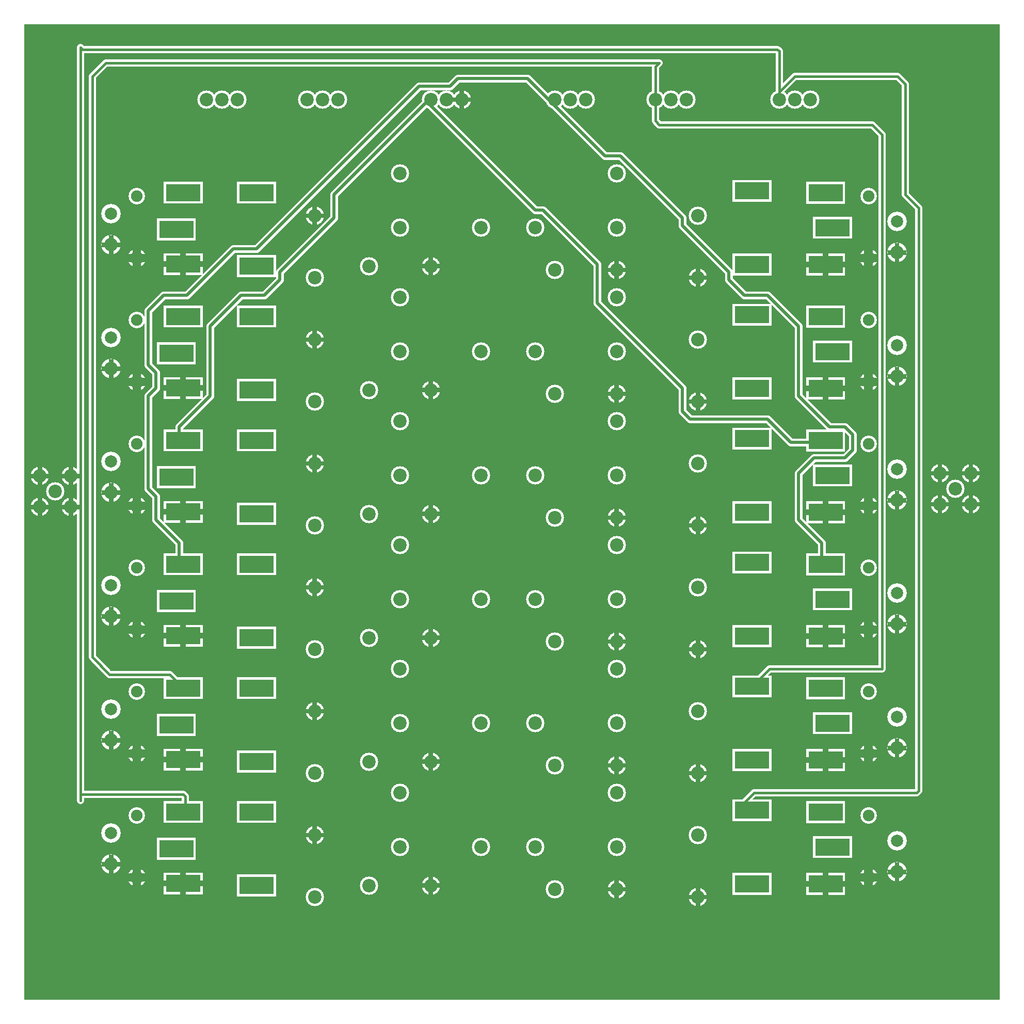
<source format=gbr>
%FSLAX34Y34*%
%MOMM*%
%LNCOPPER_TOP*%
G71*
G01*
%ADD10C,3.000*%
%ADD11C,3.000*%
%ADD12C,3.200*%
%ADD13C,2.700*%
%ADD14C,2.800*%
%ADD15C,3.000*%
%ADD16C,1.300*%
%ADD17C,1.200*%
%ADD18C,0.933*%
%ADD19C,0.733*%
%ADD20C,1.380*%
%ADD21C,2.200*%
%ADD22C,2.200*%
%ADD23C,2.000*%
%ADD24C,1.900*%
%ADD25C,2.200*%
%ADD26C,0.500*%
%ADD27C,0.400*%
%LPD*%
G36*
X-254000Y203200D02*
X1346000Y203200D01*
X1346000Y-1396800D01*
X-254000Y-1396800D01*
X-254000Y203200D01*
G37*
%LPC*%
X222250Y-111000D02*
G54D10*
D03*
X222250Y-212600D02*
G54D10*
D03*
X361950Y-130050D02*
G54D11*
D03*
X361950Y-41150D02*
G54D11*
D03*
X412750Y-193550D02*
G54D10*
D03*
X311150Y-193550D02*
G54D10*
D03*
X495300Y-130050D02*
G54D11*
D03*
X584200Y-130050D02*
G54D11*
D03*
X717550Y-199900D02*
G54D10*
D03*
X615950Y-199900D02*
G54D10*
D03*
X717550Y-130050D02*
G54D11*
D03*
X717550Y-41150D02*
G54D11*
D03*
X850900Y-111000D02*
G54D10*
D03*
X850900Y-212600D02*
G54D10*
D03*
G36*
X159000Y-211550D02*
X95000Y-211550D01*
X95000Y-175550D01*
X159000Y-175550D01*
X159000Y-211550D01*
G37*
G36*
X38350Y-208376D02*
X-25650Y-208376D01*
X-25650Y-172376D01*
X38350Y-172376D01*
X38350Y-208376D01*
G37*
G36*
X159000Y-90900D02*
X95000Y-90900D01*
X95000Y-54900D01*
X159000Y-54900D01*
X159000Y-90900D01*
G37*
G36*
X38350Y-90900D02*
X-25650Y-90900D01*
X-25650Y-54900D01*
X38350Y-54900D01*
X38350Y-90900D01*
G37*
G36*
X27238Y-151225D02*
X-36762Y-151225D01*
X-36762Y-115225D01*
X27238Y-115225D01*
X27238Y-151225D01*
G37*
G36*
X907660Y-52249D02*
X971660Y-52249D01*
X971660Y-88249D01*
X907660Y-88249D01*
X907660Y-52249D01*
G37*
G36*
X1028310Y-55423D02*
X1092310Y-55423D01*
X1092310Y-91423D01*
X1028310Y-91423D01*
X1028310Y-55423D01*
G37*
G36*
X907660Y-172899D02*
X971660Y-172899D01*
X971660Y-208899D01*
X907660Y-208899D01*
X907660Y-172899D01*
G37*
G36*
X1028310Y-172899D02*
X1092310Y-172899D01*
X1092310Y-208899D01*
X1028310Y-208899D01*
X1028310Y-172899D01*
G37*
G36*
X1039422Y-112574D02*
X1103422Y-112574D01*
X1103422Y-148574D01*
X1039422Y-148574D01*
X1039422Y-112574D01*
G37*
X222250Y-111000D02*
G54D11*
D03*
X412750Y-193550D02*
G54D11*
D03*
X717550Y-199900D02*
G54D11*
D03*
X850900Y-212600D02*
G54D11*
D03*
G36*
X-25650Y-172376D02*
X38350Y-172376D01*
X38350Y-208376D01*
X-25650Y-208376D01*
X-25650Y-172376D01*
G37*
X-111642Y-158538D02*
G54D12*
D03*
X-111754Y-107558D02*
G54D12*
D03*
X-69527Y-180570D02*
G54D13*
D03*
X-69527Y-78970D02*
G54D13*
D03*
X-69527Y-180570D02*
G54D14*
D03*
X1177408Y-171238D02*
G54D12*
D03*
X1177296Y-120258D02*
G54D12*
D03*
X1130623Y-180570D02*
G54D13*
D03*
X1130623Y-78970D02*
G54D13*
D03*
X1130623Y-180570D02*
G54D14*
D03*
X-69527Y-180570D02*
G54D11*
D03*
X-111642Y-158538D02*
G54D11*
D03*
X1130623Y-180570D02*
G54D11*
D03*
X1177408Y-171238D02*
G54D11*
D03*
X222250Y-314200D02*
G54D10*
D03*
X222250Y-415800D02*
G54D10*
D03*
X361950Y-333250D02*
G54D11*
D03*
X361950Y-244350D02*
G54D11*
D03*
X412750Y-396750D02*
G54D10*
D03*
X311150Y-396750D02*
G54D10*
D03*
X495300Y-333250D02*
G54D11*
D03*
X584200Y-333250D02*
G54D11*
D03*
X717550Y-403100D02*
G54D10*
D03*
X615950Y-403100D02*
G54D10*
D03*
X717550Y-333250D02*
G54D11*
D03*
X717550Y-244350D02*
G54D11*
D03*
X850900Y-314200D02*
G54D10*
D03*
X850900Y-415800D02*
G54D10*
D03*
G36*
X159000Y-414750D02*
X95000Y-414750D01*
X95000Y-378750D01*
X159000Y-378750D01*
X159000Y-414750D01*
G37*
G36*
X38350Y-411576D02*
X-25650Y-411576D01*
X-25650Y-375576D01*
X38350Y-375576D01*
X38350Y-411576D01*
G37*
G36*
X159000Y-294100D02*
X95000Y-294100D01*
X95000Y-258100D01*
X159000Y-258100D01*
X159000Y-294100D01*
G37*
G36*
X38350Y-294100D02*
X-25650Y-294100D01*
X-25650Y-258100D01*
X38350Y-258100D01*
X38350Y-294100D01*
G37*
G36*
X27238Y-354425D02*
X-36762Y-354425D01*
X-36762Y-318425D01*
X27238Y-318425D01*
X27238Y-354425D01*
G37*
G36*
X907660Y-255449D02*
X971660Y-255449D01*
X971660Y-291449D01*
X907660Y-291449D01*
X907660Y-255449D01*
G37*
G36*
X1028310Y-258623D02*
X1092310Y-258623D01*
X1092310Y-294623D01*
X1028310Y-294623D01*
X1028310Y-258623D01*
G37*
G36*
X907660Y-376099D02*
X971660Y-376099D01*
X971660Y-412099D01*
X907660Y-412099D01*
X907660Y-376099D01*
G37*
G36*
X1028310Y-376099D02*
X1092310Y-376099D01*
X1092310Y-412099D01*
X1028310Y-412099D01*
X1028310Y-376099D01*
G37*
G36*
X1039422Y-315774D02*
X1103422Y-315774D01*
X1103422Y-351774D01*
X1039422Y-351774D01*
X1039422Y-315774D01*
G37*
X222250Y-314200D02*
G54D11*
D03*
X412750Y-396750D02*
G54D11*
D03*
X717550Y-403100D02*
G54D11*
D03*
X850900Y-415800D02*
G54D11*
D03*
G36*
X-25650Y-375576D02*
X38350Y-375576D01*
X38350Y-411576D01*
X-25650Y-411576D01*
X-25650Y-375576D01*
G37*
X-111642Y-361738D02*
G54D12*
D03*
X-111754Y-310758D02*
G54D12*
D03*
X-69527Y-383770D02*
G54D13*
D03*
X-69527Y-282170D02*
G54D13*
D03*
X-69527Y-383770D02*
G54D14*
D03*
X1177408Y-374438D02*
G54D12*
D03*
X1177296Y-323458D02*
G54D12*
D03*
X1130623Y-383770D02*
G54D13*
D03*
X1130623Y-282170D02*
G54D13*
D03*
X1130623Y-383770D02*
G54D14*
D03*
X-69527Y-383770D02*
G54D11*
D03*
X-111642Y-361738D02*
G54D11*
D03*
X1130623Y-383770D02*
G54D11*
D03*
X1177408Y-374438D02*
G54D11*
D03*
X222250Y-517400D02*
G54D10*
D03*
X222250Y-619000D02*
G54D10*
D03*
X361950Y-536450D02*
G54D11*
D03*
X361950Y-447550D02*
G54D11*
D03*
X412750Y-599950D02*
G54D10*
D03*
X311150Y-599950D02*
G54D10*
D03*
X495300Y-536450D02*
G54D11*
D03*
X584200Y-536450D02*
G54D11*
D03*
X717550Y-606300D02*
G54D10*
D03*
X615950Y-606300D02*
G54D10*
D03*
X717550Y-536450D02*
G54D11*
D03*
X717550Y-447550D02*
G54D11*
D03*
X850900Y-517400D02*
G54D10*
D03*
X850900Y-619000D02*
G54D10*
D03*
G36*
X159000Y-617950D02*
X95000Y-617950D01*
X95000Y-581950D01*
X159000Y-581950D01*
X159000Y-617950D01*
G37*
G36*
X38350Y-614776D02*
X-25650Y-614776D01*
X-25650Y-578776D01*
X38350Y-578776D01*
X38350Y-614776D01*
G37*
G36*
X159000Y-497300D02*
X95000Y-497300D01*
X95000Y-461300D01*
X159000Y-461300D01*
X159000Y-497300D01*
G37*
G36*
X38350Y-497300D02*
X-25650Y-497300D01*
X-25650Y-461300D01*
X38350Y-461300D01*
X38350Y-497300D01*
G37*
G36*
X27238Y-557625D02*
X-36762Y-557625D01*
X-36762Y-521625D01*
X27238Y-521625D01*
X27238Y-557625D01*
G37*
G36*
X907660Y-458649D02*
X971660Y-458649D01*
X971660Y-494649D01*
X907660Y-494649D01*
X907660Y-458649D01*
G37*
G36*
X1028310Y-461823D02*
X1092310Y-461823D01*
X1092310Y-497823D01*
X1028310Y-497823D01*
X1028310Y-461823D01*
G37*
G36*
X907660Y-579299D02*
X971660Y-579299D01*
X971660Y-615299D01*
X907660Y-615299D01*
X907660Y-579299D01*
G37*
G36*
X1028310Y-579299D02*
X1092310Y-579299D01*
X1092310Y-615299D01*
X1028310Y-615299D01*
X1028310Y-579299D01*
G37*
G36*
X1039422Y-518974D02*
X1103422Y-518974D01*
X1103422Y-554974D01*
X1039422Y-554974D01*
X1039422Y-518974D01*
G37*
X222250Y-517400D02*
G54D11*
D03*
X412750Y-599950D02*
G54D11*
D03*
X717550Y-606300D02*
G54D11*
D03*
X850900Y-619000D02*
G54D11*
D03*
G36*
X-25650Y-578776D02*
X38350Y-578776D01*
X38350Y-614776D01*
X-25650Y-614776D01*
X-25650Y-578776D01*
G37*
X-111642Y-564938D02*
G54D12*
D03*
X-111754Y-513958D02*
G54D12*
D03*
X-69527Y-586970D02*
G54D13*
D03*
X-69527Y-485370D02*
G54D13*
D03*
X-69527Y-586970D02*
G54D14*
D03*
X1177408Y-577638D02*
G54D12*
D03*
X1177296Y-526658D02*
G54D12*
D03*
X1130623Y-586970D02*
G54D13*
D03*
X1130623Y-485370D02*
G54D13*
D03*
X1130623Y-586970D02*
G54D14*
D03*
X-69527Y-586970D02*
G54D11*
D03*
X-111642Y-564938D02*
G54D11*
D03*
X1130623Y-586970D02*
G54D11*
D03*
X1177408Y-577638D02*
G54D11*
D03*
X222250Y-720600D02*
G54D10*
D03*
X222250Y-822200D02*
G54D10*
D03*
X361950Y-739650D02*
G54D11*
D03*
X361950Y-650750D02*
G54D11*
D03*
X412750Y-803150D02*
G54D10*
D03*
X311150Y-803150D02*
G54D10*
D03*
X495300Y-739650D02*
G54D11*
D03*
X584200Y-739650D02*
G54D11*
D03*
X717550Y-809500D02*
G54D10*
D03*
X615950Y-809500D02*
G54D10*
D03*
X717550Y-739650D02*
G54D11*
D03*
X717550Y-650750D02*
G54D11*
D03*
X850900Y-720600D02*
G54D10*
D03*
X850900Y-822200D02*
G54D10*
D03*
G36*
X159000Y-821150D02*
X95000Y-821150D01*
X95000Y-785150D01*
X159000Y-785150D01*
X159000Y-821150D01*
G37*
G36*
X38350Y-817976D02*
X-25650Y-817976D01*
X-25650Y-781976D01*
X38350Y-781976D01*
X38350Y-817976D01*
G37*
G36*
X159000Y-700500D02*
X95000Y-700500D01*
X95000Y-664500D01*
X159000Y-664500D01*
X159000Y-700500D01*
G37*
G36*
X38350Y-700500D02*
X-25650Y-700500D01*
X-25650Y-664500D01*
X38350Y-664500D01*
X38350Y-700500D01*
G37*
G36*
X27238Y-760825D02*
X-36762Y-760825D01*
X-36762Y-724825D01*
X27238Y-724825D01*
X27238Y-760825D01*
G37*
G36*
X907660Y-661848D02*
X971660Y-661848D01*
X971660Y-697848D01*
X907660Y-697848D01*
X907660Y-661848D01*
G37*
G36*
X1028310Y-665023D02*
X1092310Y-665023D01*
X1092310Y-701023D01*
X1028310Y-701023D01*
X1028310Y-665023D01*
G37*
G36*
X907660Y-782499D02*
X971660Y-782499D01*
X971660Y-818499D01*
X907660Y-818499D01*
X907660Y-782499D01*
G37*
G36*
X1028310Y-782499D02*
X1092310Y-782499D01*
X1092310Y-818499D01*
X1028310Y-818499D01*
X1028310Y-782499D01*
G37*
G36*
X1039422Y-722174D02*
X1103422Y-722174D01*
X1103422Y-758174D01*
X1039422Y-758174D01*
X1039422Y-722174D01*
G37*
X222250Y-720600D02*
G54D11*
D03*
X412750Y-803150D02*
G54D11*
D03*
X717550Y-809500D02*
G54D11*
D03*
X850900Y-822200D02*
G54D11*
D03*
G36*
X-25650Y-781976D02*
X38350Y-781976D01*
X38350Y-817976D01*
X-25650Y-817976D01*
X-25650Y-781976D01*
G37*
X-111642Y-768138D02*
G54D12*
D03*
X-111754Y-717158D02*
G54D12*
D03*
X-69527Y-790170D02*
G54D13*
D03*
X-69527Y-688570D02*
G54D13*
D03*
X-69527Y-790170D02*
G54D14*
D03*
X1177408Y-780838D02*
G54D12*
D03*
X1177296Y-729858D02*
G54D12*
D03*
X1130623Y-790170D02*
G54D13*
D03*
X1130623Y-688570D02*
G54D13*
D03*
X1130623Y-790170D02*
G54D14*
D03*
X-69527Y-790170D02*
G54D11*
D03*
X-111642Y-768138D02*
G54D11*
D03*
X1130623Y-790170D02*
G54D11*
D03*
X1177408Y-780838D02*
G54D11*
D03*
X222250Y-923800D02*
G54D10*
D03*
X222250Y-1025400D02*
G54D10*
D03*
X361950Y-942850D02*
G54D11*
D03*
X361950Y-853950D02*
G54D11*
D03*
X412750Y-1006350D02*
G54D10*
D03*
X311150Y-1006350D02*
G54D10*
D03*
X495300Y-942850D02*
G54D11*
D03*
X584200Y-942850D02*
G54D11*
D03*
X717550Y-1012700D02*
G54D10*
D03*
X615950Y-1012700D02*
G54D10*
D03*
X717550Y-942850D02*
G54D11*
D03*
X717550Y-853950D02*
G54D11*
D03*
X850900Y-923800D02*
G54D10*
D03*
X850900Y-1025400D02*
G54D10*
D03*
G36*
X159000Y-1024350D02*
X95000Y-1024350D01*
X95000Y-988350D01*
X159000Y-988350D01*
X159000Y-1024350D01*
G37*
G36*
X38350Y-1021176D02*
X-25650Y-1021176D01*
X-25650Y-985176D01*
X38350Y-985176D01*
X38350Y-1021176D01*
G37*
G36*
X159000Y-903700D02*
X95000Y-903700D01*
X95000Y-867700D01*
X159000Y-867700D01*
X159000Y-903700D01*
G37*
G36*
X38350Y-903700D02*
X-25650Y-903700D01*
X-25650Y-867700D01*
X38350Y-867700D01*
X38350Y-903700D01*
G37*
G36*
X27238Y-964025D02*
X-36762Y-964025D01*
X-36762Y-928025D01*
X27238Y-928025D01*
X27238Y-964025D01*
G37*
G36*
X907660Y-865048D02*
X971660Y-865048D01*
X971660Y-901048D01*
X907660Y-901048D01*
X907660Y-865048D01*
G37*
G36*
X1028310Y-868223D02*
X1092310Y-868223D01*
X1092310Y-904223D01*
X1028310Y-904223D01*
X1028310Y-868223D01*
G37*
G36*
X907660Y-985699D02*
X971660Y-985699D01*
X971660Y-1021699D01*
X907660Y-1021699D01*
X907660Y-985699D01*
G37*
G36*
X1028310Y-985699D02*
X1092310Y-985699D01*
X1092310Y-1021699D01*
X1028310Y-1021699D01*
X1028310Y-985699D01*
G37*
G36*
X1039422Y-925374D02*
X1103422Y-925374D01*
X1103422Y-961374D01*
X1039422Y-961374D01*
X1039422Y-925374D01*
G37*
X222250Y-923800D02*
G54D11*
D03*
X412750Y-1006350D02*
G54D11*
D03*
X717550Y-1012700D02*
G54D11*
D03*
X850900Y-1025400D02*
G54D11*
D03*
G36*
X-25650Y-985176D02*
X38350Y-985176D01*
X38350Y-1021176D01*
X-25650Y-1021176D01*
X-25650Y-985176D01*
G37*
X-111642Y-971338D02*
G54D12*
D03*
X-111754Y-920358D02*
G54D12*
D03*
X-69527Y-993370D02*
G54D13*
D03*
X-69527Y-891770D02*
G54D13*
D03*
X-69527Y-993370D02*
G54D14*
D03*
X1177408Y-984038D02*
G54D12*
D03*
X1177296Y-933058D02*
G54D12*
D03*
X1130623Y-993370D02*
G54D13*
D03*
X1130623Y-891770D02*
G54D13*
D03*
X1130623Y-993370D02*
G54D14*
D03*
X-69527Y-993370D02*
G54D11*
D03*
X-111642Y-971338D02*
G54D11*
D03*
X1130623Y-993370D02*
G54D11*
D03*
X1177408Y-984038D02*
G54D11*
D03*
X222250Y-1127000D02*
G54D10*
D03*
X222250Y-1228600D02*
G54D10*
D03*
X361950Y-1146050D02*
G54D11*
D03*
X361950Y-1057150D02*
G54D11*
D03*
X412750Y-1209550D02*
G54D10*
D03*
X311150Y-1209550D02*
G54D10*
D03*
X495300Y-1146050D02*
G54D11*
D03*
X584200Y-1146050D02*
G54D11*
D03*
X717550Y-1215900D02*
G54D10*
D03*
X615950Y-1215900D02*
G54D10*
D03*
X717550Y-1146050D02*
G54D11*
D03*
X717550Y-1057150D02*
G54D11*
D03*
X850900Y-1127000D02*
G54D10*
D03*
X850900Y-1228600D02*
G54D10*
D03*
G36*
X159000Y-1227550D02*
X95000Y-1227550D01*
X95000Y-1191550D01*
X159000Y-1191550D01*
X159000Y-1227550D01*
G37*
G36*
X38350Y-1224376D02*
X-25650Y-1224376D01*
X-25650Y-1188376D01*
X38350Y-1188376D01*
X38350Y-1224376D01*
G37*
G36*
X159000Y-1106900D02*
X95000Y-1106900D01*
X95000Y-1070900D01*
X159000Y-1070900D01*
X159000Y-1106900D01*
G37*
G36*
X38350Y-1106900D02*
X-25650Y-1106900D01*
X-25650Y-1070900D01*
X38350Y-1070900D01*
X38350Y-1106900D01*
G37*
G36*
X27238Y-1167225D02*
X-36762Y-1167225D01*
X-36762Y-1131225D01*
X27238Y-1131225D01*
X27238Y-1167225D01*
G37*
G36*
X907660Y-1068248D02*
X971660Y-1068248D01*
X971660Y-1104248D01*
X907660Y-1104248D01*
X907660Y-1068248D01*
G37*
G36*
X1028310Y-1071423D02*
X1092310Y-1071423D01*
X1092310Y-1107423D01*
X1028310Y-1107423D01*
X1028310Y-1071423D01*
G37*
G36*
X907660Y-1188899D02*
X971660Y-1188899D01*
X971660Y-1224899D01*
X907660Y-1224899D01*
X907660Y-1188899D01*
G37*
G36*
X1028310Y-1188899D02*
X1092310Y-1188899D01*
X1092310Y-1224899D01*
X1028310Y-1224899D01*
X1028310Y-1188899D01*
G37*
G36*
X1039422Y-1128574D02*
X1103422Y-1128574D01*
X1103422Y-1164574D01*
X1039422Y-1164574D01*
X1039422Y-1128574D01*
G37*
X222250Y-1127000D02*
G54D11*
D03*
X412750Y-1209550D02*
G54D11*
D03*
X717550Y-1215900D02*
G54D11*
D03*
X850900Y-1228600D02*
G54D11*
D03*
G36*
X-25650Y-1188376D02*
X38350Y-1188376D01*
X38350Y-1224376D01*
X-25650Y-1224376D01*
X-25650Y-1188376D01*
G37*
X-111642Y-1174538D02*
G54D12*
D03*
X-111754Y-1123558D02*
G54D12*
D03*
X-69527Y-1196570D02*
G54D13*
D03*
X-69527Y-1094970D02*
G54D13*
D03*
X-69527Y-1196570D02*
G54D14*
D03*
X1177408Y-1187238D02*
G54D12*
D03*
X1177296Y-1136258D02*
G54D12*
D03*
X1130623Y-1196570D02*
G54D13*
D03*
X1130623Y-1094970D02*
G54D13*
D03*
X1130623Y-1196570D02*
G54D14*
D03*
X-69527Y-1196570D02*
G54D11*
D03*
X-111642Y-1174538D02*
G54D11*
D03*
X1130623Y-1196570D02*
G54D11*
D03*
X1177408Y-1187238D02*
G54D11*
D03*
X44450Y79500D02*
G54D15*
D03*
X69850Y79500D02*
G54D15*
D03*
X615950Y79500D02*
G54D15*
D03*
X641350Y79500D02*
G54D15*
D03*
X781050Y79500D02*
G54D15*
D03*
X806450Y79500D02*
G54D15*
D03*
X984250Y79500D02*
G54D15*
D03*
X1009650Y79500D02*
G54D15*
D03*
X209550Y79500D02*
G54D15*
D03*
X234950Y79500D02*
G54D15*
D03*
X412750Y79500D02*
G54D15*
D03*
X438150Y79500D02*
G54D15*
D03*
X641350Y79500D02*
G54D11*
D03*
X806450Y79500D02*
G54D11*
D03*
X1009650Y79500D02*
G54D11*
D03*
X69850Y79500D02*
G54D15*
D03*
X95250Y79500D02*
G54D15*
D03*
X234950Y79500D02*
G54D15*
D03*
X260350Y79500D02*
G54D15*
D03*
X438150Y79500D02*
G54D15*
D03*
X463550Y79500D02*
G54D15*
D03*
X666750Y79500D02*
G54D15*
D03*
X831850Y79500D02*
G54D15*
D03*
X984250Y79500D02*
G54D15*
D03*
X1035050Y79500D02*
G54D15*
D03*
G54D16*
X412750Y79500D02*
X406400Y76200D01*
X254000Y-76200D01*
X254000Y-114300D01*
X165100Y-203200D01*
X165100Y-215900D01*
X139700Y-241300D01*
X101600Y-241300D01*
X50800Y-292100D01*
X50800Y-406400D01*
X0Y-457200D01*
X0Y-482600D01*
X6350Y-479300D01*
G54D16*
X412750Y79500D02*
X406400Y76200D01*
X584200Y-101600D01*
X596900Y-101600D01*
X685800Y-190500D01*
X685800Y-254000D01*
X825500Y-393700D01*
X825500Y-431800D01*
X838200Y-444500D01*
X965200Y-444500D01*
X1003300Y-482600D01*
X1054100Y-482600D01*
X1060310Y-479823D01*
G54D16*
X615950Y79500D02*
X609600Y76200D01*
X571500Y114300D01*
X457200Y114300D01*
X444500Y101600D01*
X393700Y101600D01*
X127000Y-165100D01*
X88900Y-165100D01*
X12700Y-241300D01*
X-25400Y-241300D01*
X-50800Y-266700D01*
X-50800Y-355600D01*
X-38100Y-368300D01*
X-38100Y-393700D01*
X-50800Y-406400D01*
X-50800Y-558800D01*
X-38100Y-571500D01*
X-38100Y-609600D01*
X0Y-647700D01*
X0Y-685800D01*
X6350Y-682500D01*
G54D16*
X615950Y79500D02*
X609600Y76200D01*
X698500Y-12700D01*
X723900Y-12700D01*
X825500Y-114300D01*
X825500Y-127000D01*
X901700Y-203200D01*
X901700Y-215900D01*
X927100Y-241300D01*
X965200Y-241300D01*
X1016000Y-292100D01*
X1016000Y-406400D01*
X1066800Y-457200D01*
X1092200Y-457200D01*
X1104900Y-469900D01*
X1104900Y-495300D01*
X1092200Y-508000D01*
X1041400Y-508000D01*
X1016000Y-533400D01*
X1016000Y-609600D01*
X1054100Y-647700D01*
X1054100Y-685800D01*
X1060310Y-683023D01*
G54D17*
X781050Y79500D02*
X781050Y44450D01*
X787400Y38100D01*
X1136650Y38100D01*
X1152525Y22225D01*
X1152525Y-854075D01*
X968634Y-854075D01*
X939660Y-883048D01*
G54D17*
X781050Y79500D02*
X781050Y133350D01*
X787400Y139700D01*
X-120650Y139700D01*
X-142875Y117475D01*
X-142875Y-835025D01*
X-114300Y-863600D01*
X-15750Y-863600D01*
X6350Y-885700D01*
G54D17*
X984250Y79500D02*
X984250Y92075D01*
X1009650Y117475D01*
X1177925Y117475D01*
X1190625Y104775D01*
X1190625Y-76200D01*
X1212850Y-98425D01*
X1212850Y-1054100D01*
X1209675Y-1057275D01*
X942975Y-1057275D01*
X923925Y-1076325D01*
X929736Y-1076325D01*
X939660Y-1086248D01*
G54D17*
X984250Y79500D02*
X984250Y158750D01*
X981075Y161925D01*
X-158750Y161925D01*
X-161925Y165100D01*
X-161925Y-1069975D01*
X-161925Y-1060450D01*
G54D17*
X-161925Y-1060450D02*
X6350Y-1060450D01*
X9525Y-1063625D01*
X9525Y-1085725D01*
X6350Y-1088900D01*
X1247750Y-533300D02*
G54D11*
D03*
X1298550Y-533300D02*
G54D11*
D03*
X1273150Y-558700D02*
G54D11*
D03*
X1298550Y-584100D02*
G54D11*
D03*
X1247750Y-584100D02*
G54D11*
D03*
X-228625Y-538062D02*
G54D11*
D03*
X-177825Y-538062D02*
G54D11*
D03*
X-203225Y-563462D02*
G54D11*
D03*
X-177825Y-588862D02*
G54D11*
D03*
X-228625Y-588862D02*
G54D11*
D03*
%LPD*%
G54D18*
G36*
X1055643Y-190899D02*
X1055643Y-172399D01*
X1064977Y-172399D01*
X1064977Y-190899D01*
X1055643Y-190899D01*
G37*
G36*
X1060310Y-186232D02*
X1092810Y-186232D01*
X1092810Y-195566D01*
X1060310Y-195566D01*
X1060310Y-186232D01*
G37*
G36*
X1064977Y-190899D02*
X1064977Y-209399D01*
X1055643Y-209399D01*
X1055643Y-190899D01*
X1064977Y-190899D01*
G37*
G36*
X1060310Y-195566D02*
X1027810Y-195566D01*
X1027810Y-186232D01*
X1060310Y-186232D01*
X1060310Y-195566D01*
G37*
G54D19*
G36*
X218583Y-111000D02*
X218583Y-95500D01*
X225917Y-95500D01*
X225917Y-111000D01*
X218583Y-111000D01*
G37*
G36*
X222250Y-107333D02*
X237750Y-107333D01*
X237750Y-114667D01*
X222250Y-114667D01*
X222250Y-107333D01*
G37*
G36*
X225917Y-111000D02*
X225917Y-126500D01*
X218583Y-126500D01*
X218583Y-111000D01*
X225917Y-111000D01*
G37*
G36*
X222250Y-114667D02*
X206750Y-114667D01*
X206750Y-107333D01*
X222250Y-107333D01*
X222250Y-114667D01*
G37*
G54D19*
G36*
X409083Y-193550D02*
X409083Y-178050D01*
X416417Y-178050D01*
X416417Y-193550D01*
X409083Y-193550D01*
G37*
G36*
X412750Y-189883D02*
X428250Y-189883D01*
X428250Y-197217D01*
X412750Y-197217D01*
X412750Y-189883D01*
G37*
G36*
X416417Y-193550D02*
X416417Y-209050D01*
X409083Y-209050D01*
X409083Y-193550D01*
X416417Y-193550D01*
G37*
G36*
X412750Y-197217D02*
X397250Y-197217D01*
X397250Y-189883D01*
X412750Y-189883D01*
X412750Y-197217D01*
G37*
G54D19*
G36*
X713883Y-199900D02*
X713883Y-184400D01*
X721217Y-184400D01*
X721217Y-199900D01*
X713883Y-199900D01*
G37*
G36*
X717550Y-196233D02*
X733050Y-196233D01*
X733050Y-203567D01*
X717550Y-203567D01*
X717550Y-196233D01*
G37*
G36*
X721217Y-199900D02*
X721217Y-215400D01*
X713883Y-215400D01*
X713883Y-199900D01*
X721217Y-199900D01*
G37*
G36*
X717550Y-203567D02*
X702050Y-203567D01*
X702050Y-196233D01*
X717550Y-196233D01*
X717550Y-203567D01*
G37*
G54D19*
G36*
X847233Y-212600D02*
X847233Y-197100D01*
X854567Y-197100D01*
X854567Y-212600D01*
X847233Y-212600D01*
G37*
G36*
X850900Y-208933D02*
X866400Y-208933D01*
X866400Y-216267D01*
X850900Y-216267D01*
X850900Y-208933D01*
G37*
G36*
X854567Y-212600D02*
X854567Y-228100D01*
X847233Y-228100D01*
X847233Y-212600D01*
X854567Y-212600D01*
G37*
G36*
X850900Y-216267D02*
X835400Y-216267D01*
X835400Y-208933D01*
X850900Y-208933D01*
X850900Y-216267D01*
G37*
G54D18*
G36*
X1683Y-190376D02*
X1683Y-171876D01*
X11017Y-171876D01*
X11017Y-190376D01*
X1683Y-190376D01*
G37*
G36*
X6350Y-185709D02*
X38850Y-185709D01*
X38850Y-195043D01*
X6350Y-195043D01*
X6350Y-185709D01*
G37*
G36*
X11017Y-190376D02*
X11017Y-208876D01*
X1683Y-208876D01*
X1683Y-190376D01*
X11017Y-190376D01*
G37*
G36*
X6350Y-195043D02*
X-26150Y-195043D01*
X-26150Y-185709D01*
X6350Y-185709D01*
X6350Y-195043D01*
G37*
G54D20*
G36*
X-69527Y-173670D02*
X-55027Y-173670D01*
X-55027Y-187470D01*
X-69527Y-187470D01*
X-69527Y-173670D01*
G37*
G36*
X-62627Y-180570D02*
X-62627Y-195070D01*
X-76427Y-195070D01*
X-76427Y-180570D01*
X-62627Y-180570D01*
G37*
G36*
X-69527Y-187470D02*
X-84027Y-187470D01*
X-84027Y-173670D01*
X-69527Y-173670D01*
X-69527Y-187470D01*
G37*
G36*
X-76427Y-180570D02*
X-76427Y-166070D01*
X-62627Y-166070D01*
X-62627Y-180570D01*
X-76427Y-180570D01*
G37*
G54D20*
G36*
X1130623Y-173670D02*
X1145123Y-173670D01*
X1145123Y-187470D01*
X1130623Y-187470D01*
X1130623Y-173670D01*
G37*
G36*
X1137523Y-180570D02*
X1137523Y-195070D01*
X1123723Y-195070D01*
X1123723Y-180570D01*
X1137523Y-180570D01*
G37*
G36*
X1130623Y-187470D02*
X1116123Y-187470D01*
X1116123Y-173670D01*
X1130623Y-173670D01*
X1130623Y-187470D01*
G37*
G36*
X1123723Y-180570D02*
X1123723Y-166070D01*
X1137523Y-166070D01*
X1137523Y-180570D01*
X1123723Y-180570D01*
G37*
G54D19*
G36*
X-73194Y-180570D02*
X-73194Y-165070D01*
X-65860Y-165070D01*
X-65860Y-180570D01*
X-73194Y-180570D01*
G37*
G36*
X-69527Y-176903D02*
X-54027Y-176903D01*
X-54027Y-184236D01*
X-69527Y-184236D01*
X-69527Y-176903D01*
G37*
G36*
X-65860Y-180570D02*
X-65860Y-196070D01*
X-73194Y-196070D01*
X-73194Y-180570D01*
X-65860Y-180570D01*
G37*
G36*
X-69527Y-184236D02*
X-85027Y-184236D01*
X-85027Y-176903D01*
X-69527Y-176903D01*
X-69527Y-184236D01*
G37*
G54D19*
G36*
X-115308Y-158538D02*
X-115308Y-143038D01*
X-107975Y-143038D01*
X-107975Y-158538D01*
X-115308Y-158538D01*
G37*
G36*
X-111642Y-154872D02*
X-96142Y-154872D01*
X-96142Y-162205D01*
X-111642Y-162205D01*
X-111642Y-154872D01*
G37*
G36*
X-107975Y-158538D02*
X-107975Y-174038D01*
X-115308Y-174038D01*
X-115308Y-158538D01*
X-107975Y-158538D01*
G37*
G36*
X-111642Y-162205D02*
X-127142Y-162205D01*
X-127142Y-154872D01*
X-111642Y-154872D01*
X-111642Y-162205D01*
G37*
G54D19*
G36*
X1126956Y-180570D02*
X1126956Y-165070D01*
X1134290Y-165070D01*
X1134290Y-180570D01*
X1126956Y-180570D01*
G37*
G36*
X1130623Y-176903D02*
X1146123Y-176903D01*
X1146123Y-184236D01*
X1130623Y-184236D01*
X1130623Y-176903D01*
G37*
G36*
X1134290Y-180570D02*
X1134290Y-196070D01*
X1126956Y-196070D01*
X1126956Y-180570D01*
X1134290Y-180570D01*
G37*
G36*
X1130623Y-184236D02*
X1115123Y-184236D01*
X1115123Y-176903D01*
X1130623Y-176903D01*
X1130623Y-184236D01*
G37*
G54D19*
G36*
X1173742Y-171238D02*
X1173742Y-155738D01*
X1181075Y-155738D01*
X1181075Y-171238D01*
X1173742Y-171238D01*
G37*
G36*
X1177408Y-167572D02*
X1192908Y-167572D01*
X1192908Y-174905D01*
X1177408Y-174905D01*
X1177408Y-167572D01*
G37*
G36*
X1181075Y-171238D02*
X1181075Y-186738D01*
X1173742Y-186738D01*
X1173742Y-171238D01*
X1181075Y-171238D01*
G37*
G36*
X1177408Y-174905D02*
X1161908Y-174905D01*
X1161908Y-167572D01*
X1177408Y-167572D01*
X1177408Y-174905D01*
G37*
G54D18*
G36*
X1055643Y-394099D02*
X1055643Y-375599D01*
X1064977Y-375599D01*
X1064977Y-394099D01*
X1055643Y-394099D01*
G37*
G36*
X1060310Y-389432D02*
X1092810Y-389432D01*
X1092810Y-398766D01*
X1060310Y-398766D01*
X1060310Y-389432D01*
G37*
G36*
X1064977Y-394099D02*
X1064977Y-412599D01*
X1055643Y-412599D01*
X1055643Y-394099D01*
X1064977Y-394099D01*
G37*
G36*
X1060310Y-398766D02*
X1027810Y-398766D01*
X1027810Y-389432D01*
X1060310Y-389432D01*
X1060310Y-398766D01*
G37*
G54D19*
G36*
X218583Y-314200D02*
X218583Y-298700D01*
X225917Y-298700D01*
X225917Y-314200D01*
X218583Y-314200D01*
G37*
G36*
X222250Y-310533D02*
X237750Y-310533D01*
X237750Y-317867D01*
X222250Y-317867D01*
X222250Y-310533D01*
G37*
G36*
X225917Y-314200D02*
X225917Y-329700D01*
X218583Y-329700D01*
X218583Y-314200D01*
X225917Y-314200D01*
G37*
G36*
X222250Y-317867D02*
X206750Y-317867D01*
X206750Y-310533D01*
X222250Y-310533D01*
X222250Y-317867D01*
G37*
G54D19*
G36*
X409083Y-396750D02*
X409083Y-381250D01*
X416417Y-381250D01*
X416417Y-396750D01*
X409083Y-396750D01*
G37*
G36*
X412750Y-393083D02*
X428250Y-393083D01*
X428250Y-400417D01*
X412750Y-400417D01*
X412750Y-393083D01*
G37*
G36*
X416417Y-396750D02*
X416417Y-412250D01*
X409083Y-412250D01*
X409083Y-396750D01*
X416417Y-396750D01*
G37*
G36*
X412750Y-400417D02*
X397250Y-400417D01*
X397250Y-393083D01*
X412750Y-393083D01*
X412750Y-400417D01*
G37*
G54D19*
G36*
X713883Y-403100D02*
X713883Y-387600D01*
X721217Y-387600D01*
X721217Y-403100D01*
X713883Y-403100D01*
G37*
G36*
X717550Y-399433D02*
X733050Y-399433D01*
X733050Y-406767D01*
X717550Y-406767D01*
X717550Y-399433D01*
G37*
G36*
X721217Y-403100D02*
X721217Y-418600D01*
X713883Y-418600D01*
X713883Y-403100D01*
X721217Y-403100D01*
G37*
G36*
X717550Y-406767D02*
X702050Y-406767D01*
X702050Y-399433D01*
X717550Y-399433D01*
X717550Y-406767D01*
G37*
G54D19*
G36*
X847233Y-415800D02*
X847233Y-400300D01*
X854567Y-400300D01*
X854567Y-415800D01*
X847233Y-415800D01*
G37*
G36*
X850900Y-412133D02*
X866400Y-412133D01*
X866400Y-419467D01*
X850900Y-419467D01*
X850900Y-412133D01*
G37*
G36*
X854567Y-415800D02*
X854567Y-431300D01*
X847233Y-431300D01*
X847233Y-415800D01*
X854567Y-415800D01*
G37*
G36*
X850900Y-419467D02*
X835400Y-419467D01*
X835400Y-412133D01*
X850900Y-412133D01*
X850900Y-419467D01*
G37*
G54D18*
G36*
X1683Y-393576D02*
X1683Y-375076D01*
X11017Y-375076D01*
X11017Y-393576D01*
X1683Y-393576D01*
G37*
G36*
X6350Y-388909D02*
X38850Y-388909D01*
X38850Y-398243D01*
X6350Y-398243D01*
X6350Y-388909D01*
G37*
G36*
X11017Y-393576D02*
X11017Y-412076D01*
X1683Y-412076D01*
X1683Y-393576D01*
X11017Y-393576D01*
G37*
G36*
X6350Y-398243D02*
X-26150Y-398243D01*
X-26150Y-388909D01*
X6350Y-388909D01*
X6350Y-398243D01*
G37*
G54D20*
G36*
X-69527Y-376870D02*
X-55027Y-376870D01*
X-55027Y-390670D01*
X-69527Y-390670D01*
X-69527Y-376870D01*
G37*
G36*
X-62627Y-383770D02*
X-62627Y-398270D01*
X-76427Y-398270D01*
X-76427Y-383770D01*
X-62627Y-383770D01*
G37*
G36*
X-69527Y-390670D02*
X-84027Y-390670D01*
X-84027Y-376870D01*
X-69527Y-376870D01*
X-69527Y-390670D01*
G37*
G36*
X-76427Y-383770D02*
X-76427Y-369270D01*
X-62627Y-369270D01*
X-62627Y-383770D01*
X-76427Y-383770D01*
G37*
G54D20*
G36*
X1130623Y-376870D02*
X1145123Y-376870D01*
X1145123Y-390670D01*
X1130623Y-390670D01*
X1130623Y-376870D01*
G37*
G36*
X1137523Y-383770D02*
X1137523Y-398270D01*
X1123723Y-398270D01*
X1123723Y-383770D01*
X1137523Y-383770D01*
G37*
G36*
X1130623Y-390670D02*
X1116123Y-390670D01*
X1116123Y-376870D01*
X1130623Y-376870D01*
X1130623Y-390670D01*
G37*
G36*
X1123723Y-383770D02*
X1123723Y-369270D01*
X1137523Y-369270D01*
X1137523Y-383770D01*
X1123723Y-383770D01*
G37*
G54D19*
G36*
X-73194Y-383770D02*
X-73194Y-368270D01*
X-65860Y-368270D01*
X-65860Y-383770D01*
X-73194Y-383770D01*
G37*
G36*
X-69527Y-380103D02*
X-54027Y-380103D01*
X-54027Y-387436D01*
X-69527Y-387436D01*
X-69527Y-380103D01*
G37*
G36*
X-65860Y-383770D02*
X-65860Y-399270D01*
X-73194Y-399270D01*
X-73194Y-383770D01*
X-65860Y-383770D01*
G37*
G36*
X-69527Y-387436D02*
X-85027Y-387436D01*
X-85027Y-380103D01*
X-69527Y-380103D01*
X-69527Y-387436D01*
G37*
G54D19*
G36*
X-115308Y-361738D02*
X-115308Y-346238D01*
X-107975Y-346238D01*
X-107975Y-361738D01*
X-115308Y-361738D01*
G37*
G36*
X-111642Y-358072D02*
X-96142Y-358072D01*
X-96142Y-365405D01*
X-111642Y-365405D01*
X-111642Y-358072D01*
G37*
G36*
X-107975Y-361738D02*
X-107975Y-377238D01*
X-115308Y-377238D01*
X-115308Y-361738D01*
X-107975Y-361738D01*
G37*
G36*
X-111642Y-365405D02*
X-127142Y-365405D01*
X-127142Y-358072D01*
X-111642Y-358072D01*
X-111642Y-365405D01*
G37*
G54D19*
G36*
X1126956Y-383770D02*
X1126956Y-368270D01*
X1134290Y-368270D01*
X1134290Y-383770D01*
X1126956Y-383770D01*
G37*
G36*
X1130623Y-380103D02*
X1146123Y-380103D01*
X1146123Y-387436D01*
X1130623Y-387436D01*
X1130623Y-380103D01*
G37*
G36*
X1134290Y-383770D02*
X1134290Y-399270D01*
X1126956Y-399270D01*
X1126956Y-383770D01*
X1134290Y-383770D01*
G37*
G36*
X1130623Y-387436D02*
X1115123Y-387436D01*
X1115123Y-380103D01*
X1130623Y-380103D01*
X1130623Y-387436D01*
G37*
G54D19*
G36*
X1173742Y-374438D02*
X1173742Y-358938D01*
X1181075Y-358938D01*
X1181075Y-374438D01*
X1173742Y-374438D01*
G37*
G36*
X1177408Y-370772D02*
X1192908Y-370772D01*
X1192908Y-378105D01*
X1177408Y-378105D01*
X1177408Y-370772D01*
G37*
G36*
X1181075Y-374438D02*
X1181075Y-389938D01*
X1173742Y-389938D01*
X1173742Y-374438D01*
X1181075Y-374438D01*
G37*
G36*
X1177408Y-378105D02*
X1161908Y-378105D01*
X1161908Y-370772D01*
X1177408Y-370772D01*
X1177408Y-378105D01*
G37*
G54D18*
G36*
X1055643Y-597299D02*
X1055643Y-578799D01*
X1064977Y-578799D01*
X1064977Y-597299D01*
X1055643Y-597299D01*
G37*
G36*
X1060310Y-592632D02*
X1092810Y-592632D01*
X1092810Y-601966D01*
X1060310Y-601966D01*
X1060310Y-592632D01*
G37*
G36*
X1064977Y-597299D02*
X1064977Y-615799D01*
X1055643Y-615799D01*
X1055643Y-597299D01*
X1064977Y-597299D01*
G37*
G36*
X1060310Y-601966D02*
X1027810Y-601966D01*
X1027810Y-592632D01*
X1060310Y-592632D01*
X1060310Y-601966D01*
G37*
G54D19*
G36*
X218583Y-517400D02*
X218583Y-501900D01*
X225917Y-501900D01*
X225917Y-517400D01*
X218583Y-517400D01*
G37*
G36*
X222250Y-513733D02*
X237750Y-513733D01*
X237750Y-521067D01*
X222250Y-521067D01*
X222250Y-513733D01*
G37*
G36*
X225917Y-517400D02*
X225917Y-532900D01*
X218583Y-532900D01*
X218583Y-517400D01*
X225917Y-517400D01*
G37*
G36*
X222250Y-521067D02*
X206750Y-521067D01*
X206750Y-513733D01*
X222250Y-513733D01*
X222250Y-521067D01*
G37*
G54D19*
G36*
X409083Y-599950D02*
X409083Y-584450D01*
X416417Y-584450D01*
X416417Y-599950D01*
X409083Y-599950D01*
G37*
G36*
X412750Y-596283D02*
X428250Y-596283D01*
X428250Y-603617D01*
X412750Y-603617D01*
X412750Y-596283D01*
G37*
G36*
X416417Y-599950D02*
X416417Y-615450D01*
X409083Y-615450D01*
X409083Y-599950D01*
X416417Y-599950D01*
G37*
G36*
X412750Y-603617D02*
X397250Y-603617D01*
X397250Y-596283D01*
X412750Y-596283D01*
X412750Y-603617D01*
G37*
G54D19*
G36*
X713883Y-606300D02*
X713883Y-590800D01*
X721217Y-590800D01*
X721217Y-606300D01*
X713883Y-606300D01*
G37*
G36*
X717550Y-602633D02*
X733050Y-602633D01*
X733050Y-609967D01*
X717550Y-609967D01*
X717550Y-602633D01*
G37*
G36*
X721217Y-606300D02*
X721217Y-621800D01*
X713883Y-621800D01*
X713883Y-606300D01*
X721217Y-606300D01*
G37*
G36*
X717550Y-609967D02*
X702050Y-609967D01*
X702050Y-602633D01*
X717550Y-602633D01*
X717550Y-609967D01*
G37*
G54D19*
G36*
X847233Y-619000D02*
X847233Y-603500D01*
X854567Y-603500D01*
X854567Y-619000D01*
X847233Y-619000D01*
G37*
G36*
X850900Y-615333D02*
X866400Y-615333D01*
X866400Y-622667D01*
X850900Y-622667D01*
X850900Y-615333D01*
G37*
G36*
X854567Y-619000D02*
X854567Y-634500D01*
X847233Y-634500D01*
X847233Y-619000D01*
X854567Y-619000D01*
G37*
G36*
X850900Y-622667D02*
X835400Y-622667D01*
X835400Y-615333D01*
X850900Y-615333D01*
X850900Y-622667D01*
G37*
G54D18*
G36*
X1683Y-596776D02*
X1683Y-578276D01*
X11017Y-578276D01*
X11017Y-596776D01*
X1683Y-596776D01*
G37*
G36*
X6350Y-592109D02*
X38850Y-592109D01*
X38850Y-601443D01*
X6350Y-601443D01*
X6350Y-592109D01*
G37*
G36*
X11017Y-596776D02*
X11017Y-615276D01*
X1683Y-615276D01*
X1683Y-596776D01*
X11017Y-596776D01*
G37*
G36*
X6350Y-601443D02*
X-26150Y-601443D01*
X-26150Y-592109D01*
X6350Y-592109D01*
X6350Y-601443D01*
G37*
G54D20*
G36*
X-69527Y-580070D02*
X-55027Y-580070D01*
X-55027Y-593870D01*
X-69527Y-593870D01*
X-69527Y-580070D01*
G37*
G36*
X-62627Y-586970D02*
X-62627Y-601470D01*
X-76427Y-601470D01*
X-76427Y-586970D01*
X-62627Y-586970D01*
G37*
G36*
X-69527Y-593870D02*
X-84027Y-593870D01*
X-84027Y-580070D01*
X-69527Y-580070D01*
X-69527Y-593870D01*
G37*
G36*
X-76427Y-586970D02*
X-76427Y-572470D01*
X-62627Y-572470D01*
X-62627Y-586970D01*
X-76427Y-586970D01*
G37*
G54D20*
G36*
X1130623Y-580070D02*
X1145123Y-580070D01*
X1145123Y-593870D01*
X1130623Y-593870D01*
X1130623Y-580070D01*
G37*
G36*
X1137523Y-586970D02*
X1137523Y-601470D01*
X1123723Y-601470D01*
X1123723Y-586970D01*
X1137523Y-586970D01*
G37*
G36*
X1130623Y-593870D02*
X1116123Y-593870D01*
X1116123Y-580070D01*
X1130623Y-580070D01*
X1130623Y-593870D01*
G37*
G36*
X1123723Y-586970D02*
X1123723Y-572470D01*
X1137523Y-572470D01*
X1137523Y-586970D01*
X1123723Y-586970D01*
G37*
G54D19*
G36*
X-73194Y-586970D02*
X-73194Y-571470D01*
X-65860Y-571470D01*
X-65860Y-586970D01*
X-73194Y-586970D01*
G37*
G36*
X-69527Y-583303D02*
X-54027Y-583303D01*
X-54027Y-590636D01*
X-69527Y-590636D01*
X-69527Y-583303D01*
G37*
G36*
X-65860Y-586970D02*
X-65860Y-602470D01*
X-73194Y-602470D01*
X-73194Y-586970D01*
X-65860Y-586970D01*
G37*
G36*
X-69527Y-590636D02*
X-85027Y-590636D01*
X-85027Y-583303D01*
X-69527Y-583303D01*
X-69527Y-590636D01*
G37*
G54D19*
G36*
X-115308Y-564938D02*
X-115308Y-549438D01*
X-107975Y-549438D01*
X-107975Y-564938D01*
X-115308Y-564938D01*
G37*
G36*
X-111642Y-561272D02*
X-96142Y-561272D01*
X-96142Y-568605D01*
X-111642Y-568605D01*
X-111642Y-561272D01*
G37*
G36*
X-107975Y-564938D02*
X-107975Y-580438D01*
X-115308Y-580438D01*
X-115308Y-564938D01*
X-107975Y-564938D01*
G37*
G36*
X-111642Y-568605D02*
X-127142Y-568605D01*
X-127142Y-561272D01*
X-111642Y-561272D01*
X-111642Y-568605D01*
G37*
G54D19*
G36*
X1126956Y-586970D02*
X1126956Y-571470D01*
X1134290Y-571470D01*
X1134290Y-586970D01*
X1126956Y-586970D01*
G37*
G36*
X1130623Y-583303D02*
X1146123Y-583303D01*
X1146123Y-590636D01*
X1130623Y-590636D01*
X1130623Y-583303D01*
G37*
G36*
X1134290Y-586970D02*
X1134290Y-602470D01*
X1126956Y-602470D01*
X1126956Y-586970D01*
X1134290Y-586970D01*
G37*
G36*
X1130623Y-590636D02*
X1115123Y-590636D01*
X1115123Y-583303D01*
X1130623Y-583303D01*
X1130623Y-590636D01*
G37*
G54D19*
G36*
X1173742Y-577638D02*
X1173742Y-562138D01*
X1181075Y-562138D01*
X1181075Y-577638D01*
X1173742Y-577638D01*
G37*
G36*
X1177408Y-573972D02*
X1192908Y-573972D01*
X1192908Y-581305D01*
X1177408Y-581305D01*
X1177408Y-573972D01*
G37*
G36*
X1181075Y-577638D02*
X1181075Y-593138D01*
X1173742Y-593138D01*
X1173742Y-577638D01*
X1181075Y-577638D01*
G37*
G36*
X1177408Y-581305D02*
X1161908Y-581305D01*
X1161908Y-573972D01*
X1177408Y-573972D01*
X1177408Y-581305D01*
G37*
G54D18*
G36*
X1055643Y-800499D02*
X1055643Y-781999D01*
X1064977Y-781999D01*
X1064977Y-800499D01*
X1055643Y-800499D01*
G37*
G36*
X1060310Y-795832D02*
X1092810Y-795832D01*
X1092810Y-805166D01*
X1060310Y-805166D01*
X1060310Y-795832D01*
G37*
G36*
X1064977Y-800499D02*
X1064977Y-818999D01*
X1055643Y-818999D01*
X1055643Y-800499D01*
X1064977Y-800499D01*
G37*
G36*
X1060310Y-805166D02*
X1027810Y-805166D01*
X1027810Y-795832D01*
X1060310Y-795832D01*
X1060310Y-805166D01*
G37*
G54D19*
G36*
X218583Y-720600D02*
X218583Y-705100D01*
X225917Y-705100D01*
X225917Y-720600D01*
X218583Y-720600D01*
G37*
G36*
X222250Y-716933D02*
X237750Y-716933D01*
X237750Y-724267D01*
X222250Y-724267D01*
X222250Y-716933D01*
G37*
G36*
X225917Y-720600D02*
X225917Y-736100D01*
X218583Y-736100D01*
X218583Y-720600D01*
X225917Y-720600D01*
G37*
G36*
X222250Y-724267D02*
X206750Y-724267D01*
X206750Y-716933D01*
X222250Y-716933D01*
X222250Y-724267D01*
G37*
G54D19*
G36*
X409083Y-803150D02*
X409083Y-787650D01*
X416417Y-787650D01*
X416417Y-803150D01*
X409083Y-803150D01*
G37*
G36*
X412750Y-799483D02*
X428250Y-799483D01*
X428250Y-806817D01*
X412750Y-806817D01*
X412750Y-799483D01*
G37*
G36*
X416417Y-803150D02*
X416417Y-818650D01*
X409083Y-818650D01*
X409083Y-803150D01*
X416417Y-803150D01*
G37*
G36*
X412750Y-806817D02*
X397250Y-806817D01*
X397250Y-799483D01*
X412750Y-799483D01*
X412750Y-806817D01*
G37*
G54D19*
G36*
X713883Y-809500D02*
X713883Y-794000D01*
X721217Y-794000D01*
X721217Y-809500D01*
X713883Y-809500D01*
G37*
G36*
X717550Y-805833D02*
X733050Y-805833D01*
X733050Y-813167D01*
X717550Y-813167D01*
X717550Y-805833D01*
G37*
G36*
X721217Y-809500D02*
X721217Y-825000D01*
X713883Y-825000D01*
X713883Y-809500D01*
X721217Y-809500D01*
G37*
G36*
X717550Y-813167D02*
X702050Y-813167D01*
X702050Y-805833D01*
X717550Y-805833D01*
X717550Y-813167D01*
G37*
G54D19*
G36*
X847233Y-822200D02*
X847233Y-806700D01*
X854567Y-806700D01*
X854567Y-822200D01*
X847233Y-822200D01*
G37*
G36*
X850900Y-818533D02*
X866400Y-818533D01*
X866400Y-825867D01*
X850900Y-825867D01*
X850900Y-818533D01*
G37*
G36*
X854567Y-822200D02*
X854567Y-837700D01*
X847233Y-837700D01*
X847233Y-822200D01*
X854567Y-822200D01*
G37*
G36*
X850900Y-825867D02*
X835400Y-825867D01*
X835400Y-818533D01*
X850900Y-818533D01*
X850900Y-825867D01*
G37*
G54D18*
G36*
X1683Y-799976D02*
X1683Y-781476D01*
X11017Y-781476D01*
X11017Y-799976D01*
X1683Y-799976D01*
G37*
G36*
X6350Y-795309D02*
X38850Y-795309D01*
X38850Y-804643D01*
X6350Y-804643D01*
X6350Y-795309D01*
G37*
G36*
X11017Y-799976D02*
X11017Y-818476D01*
X1683Y-818476D01*
X1683Y-799976D01*
X11017Y-799976D01*
G37*
G36*
X6350Y-804643D02*
X-26150Y-804643D01*
X-26150Y-795309D01*
X6350Y-795309D01*
X6350Y-804643D01*
G37*
G54D20*
G36*
X-69527Y-783270D02*
X-55027Y-783270D01*
X-55027Y-797070D01*
X-69527Y-797070D01*
X-69527Y-783270D01*
G37*
G36*
X-62627Y-790170D02*
X-62627Y-804670D01*
X-76427Y-804670D01*
X-76427Y-790170D01*
X-62627Y-790170D01*
G37*
G36*
X-69527Y-797070D02*
X-84027Y-797070D01*
X-84027Y-783270D01*
X-69527Y-783270D01*
X-69527Y-797070D01*
G37*
G36*
X-76427Y-790170D02*
X-76427Y-775670D01*
X-62627Y-775670D01*
X-62627Y-790170D01*
X-76427Y-790170D01*
G37*
G54D20*
G36*
X1130623Y-783270D02*
X1145123Y-783270D01*
X1145123Y-797070D01*
X1130623Y-797070D01*
X1130623Y-783270D01*
G37*
G36*
X1137523Y-790170D02*
X1137523Y-804670D01*
X1123723Y-804670D01*
X1123723Y-790170D01*
X1137523Y-790170D01*
G37*
G36*
X1130623Y-797070D02*
X1116123Y-797070D01*
X1116123Y-783270D01*
X1130623Y-783270D01*
X1130623Y-797070D01*
G37*
G36*
X1123723Y-790170D02*
X1123723Y-775670D01*
X1137523Y-775670D01*
X1137523Y-790170D01*
X1123723Y-790170D01*
G37*
G54D19*
G36*
X-73194Y-790170D02*
X-73194Y-774670D01*
X-65860Y-774670D01*
X-65860Y-790170D01*
X-73194Y-790170D01*
G37*
G36*
X-69527Y-786503D02*
X-54027Y-786503D01*
X-54027Y-793836D01*
X-69527Y-793836D01*
X-69527Y-786503D01*
G37*
G36*
X-65860Y-790170D02*
X-65860Y-805670D01*
X-73194Y-805670D01*
X-73194Y-790170D01*
X-65860Y-790170D01*
G37*
G36*
X-69527Y-793836D02*
X-85027Y-793836D01*
X-85027Y-786503D01*
X-69527Y-786503D01*
X-69527Y-793836D01*
G37*
G54D19*
G36*
X-115308Y-768138D02*
X-115308Y-752638D01*
X-107975Y-752638D01*
X-107975Y-768138D01*
X-115308Y-768138D01*
G37*
G36*
X-111642Y-764472D02*
X-96142Y-764472D01*
X-96142Y-771805D01*
X-111642Y-771805D01*
X-111642Y-764472D01*
G37*
G36*
X-107975Y-768138D02*
X-107975Y-783638D01*
X-115308Y-783638D01*
X-115308Y-768138D01*
X-107975Y-768138D01*
G37*
G36*
X-111642Y-771805D02*
X-127142Y-771805D01*
X-127142Y-764472D01*
X-111642Y-764472D01*
X-111642Y-771805D01*
G37*
G54D19*
G36*
X1126956Y-790170D02*
X1126956Y-774670D01*
X1134290Y-774670D01*
X1134290Y-790170D01*
X1126956Y-790170D01*
G37*
G36*
X1130623Y-786503D02*
X1146123Y-786503D01*
X1146123Y-793836D01*
X1130623Y-793836D01*
X1130623Y-786503D01*
G37*
G36*
X1134290Y-790170D02*
X1134290Y-805670D01*
X1126956Y-805670D01*
X1126956Y-790170D01*
X1134290Y-790170D01*
G37*
G36*
X1130623Y-793836D02*
X1115123Y-793836D01*
X1115123Y-786503D01*
X1130623Y-786503D01*
X1130623Y-793836D01*
G37*
G54D19*
G36*
X1173742Y-780838D02*
X1173742Y-765338D01*
X1181075Y-765338D01*
X1181075Y-780838D01*
X1173742Y-780838D01*
G37*
G36*
X1177408Y-777172D02*
X1192908Y-777172D01*
X1192908Y-784505D01*
X1177408Y-784505D01*
X1177408Y-777172D01*
G37*
G36*
X1181075Y-780838D02*
X1181075Y-796338D01*
X1173742Y-796338D01*
X1173742Y-780838D01*
X1181075Y-780838D01*
G37*
G36*
X1177408Y-784505D02*
X1161908Y-784505D01*
X1161908Y-777172D01*
X1177408Y-777172D01*
X1177408Y-784505D01*
G37*
G54D18*
G36*
X1055643Y-1003699D02*
X1055643Y-985199D01*
X1064977Y-985199D01*
X1064977Y-1003699D01*
X1055643Y-1003699D01*
G37*
G36*
X1060310Y-999032D02*
X1092810Y-999032D01*
X1092810Y-1008366D01*
X1060310Y-1008366D01*
X1060310Y-999032D01*
G37*
G36*
X1064977Y-1003699D02*
X1064977Y-1022199D01*
X1055643Y-1022199D01*
X1055643Y-1003699D01*
X1064977Y-1003699D01*
G37*
G36*
X1060310Y-1008366D02*
X1027810Y-1008366D01*
X1027810Y-999032D01*
X1060310Y-999032D01*
X1060310Y-1008366D01*
G37*
G54D19*
G36*
X218583Y-923800D02*
X218583Y-908300D01*
X225917Y-908300D01*
X225917Y-923800D01*
X218583Y-923800D01*
G37*
G36*
X222250Y-920133D02*
X237750Y-920133D01*
X237750Y-927467D01*
X222250Y-927467D01*
X222250Y-920133D01*
G37*
G36*
X225917Y-923800D02*
X225917Y-939300D01*
X218583Y-939300D01*
X218583Y-923800D01*
X225917Y-923800D01*
G37*
G36*
X222250Y-927467D02*
X206750Y-927467D01*
X206750Y-920133D01*
X222250Y-920133D01*
X222250Y-927467D01*
G37*
G54D19*
G36*
X409083Y-1006350D02*
X409083Y-990850D01*
X416417Y-990850D01*
X416417Y-1006350D01*
X409083Y-1006350D01*
G37*
G36*
X412750Y-1002683D02*
X428250Y-1002683D01*
X428250Y-1010017D01*
X412750Y-1010017D01*
X412750Y-1002683D01*
G37*
G36*
X416417Y-1006350D02*
X416417Y-1021850D01*
X409083Y-1021850D01*
X409083Y-1006350D01*
X416417Y-1006350D01*
G37*
G36*
X412750Y-1010017D02*
X397250Y-1010017D01*
X397250Y-1002683D01*
X412750Y-1002683D01*
X412750Y-1010017D01*
G37*
G54D19*
G36*
X713883Y-1012700D02*
X713883Y-997200D01*
X721217Y-997200D01*
X721217Y-1012700D01*
X713883Y-1012700D01*
G37*
G36*
X717550Y-1009033D02*
X733050Y-1009033D01*
X733050Y-1016367D01*
X717550Y-1016367D01*
X717550Y-1009033D01*
G37*
G36*
X721217Y-1012700D02*
X721217Y-1028200D01*
X713883Y-1028200D01*
X713883Y-1012700D01*
X721217Y-1012700D01*
G37*
G36*
X717550Y-1016367D02*
X702050Y-1016367D01*
X702050Y-1009033D01*
X717550Y-1009033D01*
X717550Y-1016367D01*
G37*
G54D19*
G36*
X847233Y-1025400D02*
X847233Y-1009900D01*
X854567Y-1009900D01*
X854567Y-1025400D01*
X847233Y-1025400D01*
G37*
G36*
X850900Y-1021733D02*
X866400Y-1021733D01*
X866400Y-1029067D01*
X850900Y-1029067D01*
X850900Y-1021733D01*
G37*
G36*
X854567Y-1025400D02*
X854567Y-1040900D01*
X847233Y-1040900D01*
X847233Y-1025400D01*
X854567Y-1025400D01*
G37*
G36*
X850900Y-1029067D02*
X835400Y-1029067D01*
X835400Y-1021733D01*
X850900Y-1021733D01*
X850900Y-1029067D01*
G37*
G54D18*
G36*
X1683Y-1003176D02*
X1683Y-984676D01*
X11017Y-984676D01*
X11017Y-1003176D01*
X1683Y-1003176D01*
G37*
G36*
X6350Y-998509D02*
X38850Y-998509D01*
X38850Y-1007843D01*
X6350Y-1007843D01*
X6350Y-998509D01*
G37*
G36*
X11017Y-1003176D02*
X11017Y-1021676D01*
X1683Y-1021676D01*
X1683Y-1003176D01*
X11017Y-1003176D01*
G37*
G36*
X6350Y-1007843D02*
X-26150Y-1007843D01*
X-26150Y-998509D01*
X6350Y-998509D01*
X6350Y-1007843D01*
G37*
G54D20*
G36*
X-69527Y-986470D02*
X-55027Y-986470D01*
X-55027Y-1000270D01*
X-69527Y-1000270D01*
X-69527Y-986470D01*
G37*
G36*
X-62627Y-993370D02*
X-62627Y-1007870D01*
X-76427Y-1007870D01*
X-76427Y-993370D01*
X-62627Y-993370D01*
G37*
G36*
X-69527Y-1000270D02*
X-84027Y-1000270D01*
X-84027Y-986470D01*
X-69527Y-986470D01*
X-69527Y-1000270D01*
G37*
G36*
X-76427Y-993370D02*
X-76427Y-978870D01*
X-62627Y-978870D01*
X-62627Y-993370D01*
X-76427Y-993370D01*
G37*
G54D20*
G36*
X1130623Y-986470D02*
X1145123Y-986470D01*
X1145123Y-1000270D01*
X1130623Y-1000270D01*
X1130623Y-986470D01*
G37*
G36*
X1137523Y-993370D02*
X1137523Y-1007870D01*
X1123723Y-1007870D01*
X1123723Y-993370D01*
X1137523Y-993370D01*
G37*
G36*
X1130623Y-1000270D02*
X1116123Y-1000270D01*
X1116123Y-986470D01*
X1130623Y-986470D01*
X1130623Y-1000270D01*
G37*
G36*
X1123723Y-993370D02*
X1123723Y-978870D01*
X1137523Y-978870D01*
X1137523Y-993370D01*
X1123723Y-993370D01*
G37*
G54D19*
G36*
X-73194Y-993370D02*
X-73194Y-977870D01*
X-65860Y-977870D01*
X-65860Y-993370D01*
X-73194Y-993370D01*
G37*
G36*
X-69527Y-989703D02*
X-54027Y-989703D01*
X-54027Y-997036D01*
X-69527Y-997036D01*
X-69527Y-989703D01*
G37*
G36*
X-65860Y-993370D02*
X-65860Y-1008870D01*
X-73194Y-1008870D01*
X-73194Y-993370D01*
X-65860Y-993370D01*
G37*
G36*
X-69527Y-997036D02*
X-85027Y-997036D01*
X-85027Y-989703D01*
X-69527Y-989703D01*
X-69527Y-997036D01*
G37*
G54D19*
G36*
X-115308Y-971338D02*
X-115308Y-955838D01*
X-107975Y-955838D01*
X-107975Y-971338D01*
X-115308Y-971338D01*
G37*
G36*
X-111642Y-967672D02*
X-96142Y-967672D01*
X-96142Y-975005D01*
X-111642Y-975005D01*
X-111642Y-967672D01*
G37*
G36*
X-107975Y-971338D02*
X-107975Y-986838D01*
X-115308Y-986838D01*
X-115308Y-971338D01*
X-107975Y-971338D01*
G37*
G36*
X-111642Y-975005D02*
X-127142Y-975005D01*
X-127142Y-967672D01*
X-111642Y-967672D01*
X-111642Y-975005D01*
G37*
G54D19*
G36*
X1126956Y-993370D02*
X1126956Y-977870D01*
X1134290Y-977870D01*
X1134290Y-993370D01*
X1126956Y-993370D01*
G37*
G36*
X1130623Y-989703D02*
X1146123Y-989703D01*
X1146123Y-997036D01*
X1130623Y-997036D01*
X1130623Y-989703D01*
G37*
G36*
X1134290Y-993370D02*
X1134290Y-1008870D01*
X1126956Y-1008870D01*
X1126956Y-993370D01*
X1134290Y-993370D01*
G37*
G36*
X1130623Y-997036D02*
X1115123Y-997036D01*
X1115123Y-989703D01*
X1130623Y-989703D01*
X1130623Y-997036D01*
G37*
G54D19*
G36*
X1173742Y-984038D02*
X1173742Y-968538D01*
X1181075Y-968538D01*
X1181075Y-984038D01*
X1173742Y-984038D01*
G37*
G36*
X1177408Y-980372D02*
X1192908Y-980372D01*
X1192908Y-987705D01*
X1177408Y-987705D01*
X1177408Y-980372D01*
G37*
G36*
X1181075Y-984038D02*
X1181075Y-999538D01*
X1173742Y-999538D01*
X1173742Y-984038D01*
X1181075Y-984038D01*
G37*
G36*
X1177408Y-987705D02*
X1161908Y-987705D01*
X1161908Y-980372D01*
X1177408Y-980372D01*
X1177408Y-987705D01*
G37*
G54D18*
G36*
X1055643Y-1206899D02*
X1055643Y-1188399D01*
X1064977Y-1188399D01*
X1064977Y-1206899D01*
X1055643Y-1206899D01*
G37*
G36*
X1060310Y-1202232D02*
X1092810Y-1202232D01*
X1092810Y-1211566D01*
X1060310Y-1211566D01*
X1060310Y-1202232D01*
G37*
G36*
X1064977Y-1206899D02*
X1064977Y-1225399D01*
X1055643Y-1225399D01*
X1055643Y-1206899D01*
X1064977Y-1206899D01*
G37*
G36*
X1060310Y-1211566D02*
X1027810Y-1211566D01*
X1027810Y-1202232D01*
X1060310Y-1202232D01*
X1060310Y-1211566D01*
G37*
G54D19*
G36*
X218583Y-1127000D02*
X218583Y-1111500D01*
X225917Y-1111500D01*
X225917Y-1127000D01*
X218583Y-1127000D01*
G37*
G36*
X222250Y-1123333D02*
X237750Y-1123333D01*
X237750Y-1130667D01*
X222250Y-1130667D01*
X222250Y-1123333D01*
G37*
G36*
X225917Y-1127000D02*
X225917Y-1142500D01*
X218583Y-1142500D01*
X218583Y-1127000D01*
X225917Y-1127000D01*
G37*
G36*
X222250Y-1130667D02*
X206750Y-1130667D01*
X206750Y-1123333D01*
X222250Y-1123333D01*
X222250Y-1130667D01*
G37*
G54D19*
G36*
X409083Y-1209550D02*
X409083Y-1194050D01*
X416417Y-1194050D01*
X416417Y-1209550D01*
X409083Y-1209550D01*
G37*
G36*
X412750Y-1205883D02*
X428250Y-1205883D01*
X428250Y-1213217D01*
X412750Y-1213217D01*
X412750Y-1205883D01*
G37*
G36*
X416417Y-1209550D02*
X416417Y-1225050D01*
X409083Y-1225050D01*
X409083Y-1209550D01*
X416417Y-1209550D01*
G37*
G36*
X412750Y-1213217D02*
X397250Y-1213217D01*
X397250Y-1205883D01*
X412750Y-1205883D01*
X412750Y-1213217D01*
G37*
G54D19*
G36*
X713883Y-1215900D02*
X713883Y-1200400D01*
X721217Y-1200400D01*
X721217Y-1215900D01*
X713883Y-1215900D01*
G37*
G36*
X717550Y-1212233D02*
X733050Y-1212233D01*
X733050Y-1219567D01*
X717550Y-1219567D01*
X717550Y-1212233D01*
G37*
G36*
X721217Y-1215900D02*
X721217Y-1231400D01*
X713883Y-1231400D01*
X713883Y-1215900D01*
X721217Y-1215900D01*
G37*
G36*
X717550Y-1219567D02*
X702050Y-1219567D01*
X702050Y-1212233D01*
X717550Y-1212233D01*
X717550Y-1219567D01*
G37*
G54D19*
G36*
X847233Y-1228600D02*
X847233Y-1213100D01*
X854567Y-1213100D01*
X854567Y-1228600D01*
X847233Y-1228600D01*
G37*
G36*
X850900Y-1224933D02*
X866400Y-1224933D01*
X866400Y-1232267D01*
X850900Y-1232267D01*
X850900Y-1224933D01*
G37*
G36*
X854567Y-1228600D02*
X854567Y-1244100D01*
X847233Y-1244100D01*
X847233Y-1228600D01*
X854567Y-1228600D01*
G37*
G36*
X850900Y-1232267D02*
X835400Y-1232267D01*
X835400Y-1224933D01*
X850900Y-1224933D01*
X850900Y-1232267D01*
G37*
G54D18*
G36*
X1683Y-1206376D02*
X1683Y-1187876D01*
X11017Y-1187876D01*
X11017Y-1206376D01*
X1683Y-1206376D01*
G37*
G36*
X6350Y-1201709D02*
X38850Y-1201709D01*
X38850Y-1211043D01*
X6350Y-1211043D01*
X6350Y-1201709D01*
G37*
G36*
X11017Y-1206376D02*
X11017Y-1224876D01*
X1683Y-1224876D01*
X1683Y-1206376D01*
X11017Y-1206376D01*
G37*
G36*
X6350Y-1211043D02*
X-26150Y-1211043D01*
X-26150Y-1201709D01*
X6350Y-1201709D01*
X6350Y-1211043D01*
G37*
G54D20*
G36*
X-69527Y-1189670D02*
X-55027Y-1189670D01*
X-55027Y-1203470D01*
X-69527Y-1203470D01*
X-69527Y-1189670D01*
G37*
G36*
X-62627Y-1196570D02*
X-62627Y-1211070D01*
X-76427Y-1211070D01*
X-76427Y-1196570D01*
X-62627Y-1196570D01*
G37*
G36*
X-69527Y-1203470D02*
X-84027Y-1203470D01*
X-84027Y-1189670D01*
X-69527Y-1189670D01*
X-69527Y-1203470D01*
G37*
G36*
X-76427Y-1196570D02*
X-76427Y-1182070D01*
X-62627Y-1182070D01*
X-62627Y-1196570D01*
X-76427Y-1196570D01*
G37*
G54D20*
G36*
X1130623Y-1189670D02*
X1145123Y-1189670D01*
X1145123Y-1203470D01*
X1130623Y-1203470D01*
X1130623Y-1189670D01*
G37*
G36*
X1137523Y-1196570D02*
X1137523Y-1211070D01*
X1123723Y-1211070D01*
X1123723Y-1196570D01*
X1137523Y-1196570D01*
G37*
G36*
X1130623Y-1203470D02*
X1116123Y-1203470D01*
X1116123Y-1189670D01*
X1130623Y-1189670D01*
X1130623Y-1203470D01*
G37*
G36*
X1123723Y-1196570D02*
X1123723Y-1182070D01*
X1137523Y-1182070D01*
X1137523Y-1196570D01*
X1123723Y-1196570D01*
G37*
G54D19*
G36*
X-73194Y-1196570D02*
X-73194Y-1181070D01*
X-65860Y-1181070D01*
X-65860Y-1196570D01*
X-73194Y-1196570D01*
G37*
G36*
X-69527Y-1192903D02*
X-54027Y-1192903D01*
X-54027Y-1200236D01*
X-69527Y-1200236D01*
X-69527Y-1192903D01*
G37*
G36*
X-65860Y-1196570D02*
X-65860Y-1212070D01*
X-73194Y-1212070D01*
X-73194Y-1196570D01*
X-65860Y-1196570D01*
G37*
G36*
X-69527Y-1200236D02*
X-85027Y-1200236D01*
X-85027Y-1192903D01*
X-69527Y-1192903D01*
X-69527Y-1200236D01*
G37*
G54D19*
G36*
X-115308Y-1174538D02*
X-115308Y-1159038D01*
X-107975Y-1159038D01*
X-107975Y-1174538D01*
X-115308Y-1174538D01*
G37*
G36*
X-111642Y-1170872D02*
X-96142Y-1170872D01*
X-96142Y-1178205D01*
X-111642Y-1178205D01*
X-111642Y-1170872D01*
G37*
G36*
X-107975Y-1174538D02*
X-107975Y-1190038D01*
X-115308Y-1190038D01*
X-115308Y-1174538D01*
X-107975Y-1174538D01*
G37*
G36*
X-111642Y-1178205D02*
X-127142Y-1178205D01*
X-127142Y-1170872D01*
X-111642Y-1170872D01*
X-111642Y-1178205D01*
G37*
G54D19*
G36*
X1126956Y-1196570D02*
X1126956Y-1181070D01*
X1134290Y-1181070D01*
X1134290Y-1196570D01*
X1126956Y-1196570D01*
G37*
G36*
X1130623Y-1192903D02*
X1146123Y-1192903D01*
X1146123Y-1200236D01*
X1130623Y-1200236D01*
X1130623Y-1192903D01*
G37*
G36*
X1134290Y-1196570D02*
X1134290Y-1212070D01*
X1126956Y-1212070D01*
X1126956Y-1196570D01*
X1134290Y-1196570D01*
G37*
G36*
X1130623Y-1200236D02*
X1115123Y-1200236D01*
X1115123Y-1192903D01*
X1130623Y-1192903D01*
X1130623Y-1200236D01*
G37*
G54D19*
G36*
X1173742Y-1187238D02*
X1173742Y-1171738D01*
X1181075Y-1171738D01*
X1181075Y-1187238D01*
X1173742Y-1187238D01*
G37*
G36*
X1177408Y-1183572D02*
X1192908Y-1183572D01*
X1192908Y-1190905D01*
X1177408Y-1190905D01*
X1177408Y-1183572D01*
G37*
G36*
X1181075Y-1187238D02*
X1181075Y-1202738D01*
X1173742Y-1202738D01*
X1173742Y-1187238D01*
X1181075Y-1187238D01*
G37*
G36*
X1177408Y-1190905D02*
X1161908Y-1190905D01*
X1161908Y-1183572D01*
X1177408Y-1183572D01*
X1177408Y-1190905D01*
G37*
G54D19*
G36*
X459883Y79500D02*
X459883Y95000D01*
X467217Y95000D01*
X467217Y79500D01*
X459883Y79500D01*
G37*
G36*
X463550Y83167D02*
X479050Y83167D01*
X479050Y75833D01*
X463550Y75833D01*
X463550Y83167D01*
G37*
G36*
X467217Y79500D02*
X467217Y64000D01*
X459883Y64000D01*
X459883Y79500D01*
X467217Y79500D01*
G37*
G36*
X463550Y75833D02*
X448050Y75833D01*
X448050Y83167D01*
X463550Y83167D01*
X463550Y75833D01*
G37*
G54D19*
G36*
X1244083Y-533300D02*
X1244083Y-517800D01*
X1251417Y-517800D01*
X1251417Y-533300D01*
X1244083Y-533300D01*
G37*
G36*
X1247750Y-529634D02*
X1263250Y-529634D01*
X1263250Y-536966D01*
X1247750Y-536966D01*
X1247750Y-529634D01*
G37*
G36*
X1251417Y-533300D02*
X1251417Y-548800D01*
X1244083Y-548800D01*
X1244083Y-533300D01*
X1251417Y-533300D01*
G37*
G36*
X1247750Y-536966D02*
X1232250Y-536966D01*
X1232250Y-529634D01*
X1247750Y-529634D01*
X1247750Y-536966D01*
G37*
G54D19*
G36*
X1294883Y-533300D02*
X1294883Y-517800D01*
X1302217Y-517800D01*
X1302217Y-533300D01*
X1294883Y-533300D01*
G37*
G36*
X1298550Y-529634D02*
X1314050Y-529634D01*
X1314050Y-536966D01*
X1298550Y-536966D01*
X1298550Y-529634D01*
G37*
G36*
X1302217Y-533300D02*
X1302217Y-548800D01*
X1294883Y-548800D01*
X1294883Y-533300D01*
X1302217Y-533300D01*
G37*
G36*
X1298550Y-536966D02*
X1283050Y-536966D01*
X1283050Y-529634D01*
X1298550Y-529634D01*
X1298550Y-536966D01*
G37*
G54D19*
G36*
X1294883Y-584100D02*
X1294883Y-568600D01*
X1302217Y-568600D01*
X1302217Y-584100D01*
X1294883Y-584100D01*
G37*
G36*
X1298550Y-580434D02*
X1314050Y-580434D01*
X1314050Y-587766D01*
X1298550Y-587766D01*
X1298550Y-580434D01*
G37*
G36*
X1302217Y-584100D02*
X1302217Y-599600D01*
X1294883Y-599600D01*
X1294883Y-584100D01*
X1302217Y-584100D01*
G37*
G36*
X1298550Y-587766D02*
X1283050Y-587766D01*
X1283050Y-580434D01*
X1298550Y-580434D01*
X1298550Y-587766D01*
G37*
G54D19*
G36*
X1244083Y-584100D02*
X1244083Y-568600D01*
X1251417Y-568600D01*
X1251417Y-584100D01*
X1244083Y-584100D01*
G37*
G36*
X1247750Y-580434D02*
X1263250Y-580434D01*
X1263250Y-587766D01*
X1247750Y-587766D01*
X1247750Y-580434D01*
G37*
G36*
X1251417Y-584100D02*
X1251417Y-599600D01*
X1244083Y-599600D01*
X1244083Y-584100D01*
X1251417Y-584100D01*
G37*
G36*
X1247750Y-587766D02*
X1232250Y-587766D01*
X1232250Y-580434D01*
X1247750Y-580434D01*
X1247750Y-587766D01*
G37*
G54D19*
G36*
X-232292Y-538062D02*
X-232292Y-522562D01*
X-224958Y-522562D01*
X-224958Y-538062D01*
X-232292Y-538062D01*
G37*
G36*
X-228625Y-534396D02*
X-213125Y-534396D01*
X-213125Y-541729D01*
X-228625Y-541729D01*
X-228625Y-534396D01*
G37*
G36*
X-224958Y-538062D02*
X-224958Y-553562D01*
X-232292Y-553562D01*
X-232292Y-538062D01*
X-224958Y-538062D01*
G37*
G36*
X-228625Y-541729D02*
X-244125Y-541729D01*
X-244125Y-534396D01*
X-228625Y-534396D01*
X-228625Y-541729D01*
G37*
G54D19*
G36*
X-181492Y-538062D02*
X-181492Y-522562D01*
X-174158Y-522562D01*
X-174158Y-538062D01*
X-181492Y-538062D01*
G37*
G36*
X-177825Y-534396D02*
X-162325Y-534396D01*
X-162325Y-541729D01*
X-177825Y-541729D01*
X-177825Y-534396D01*
G37*
G36*
X-174158Y-538062D02*
X-174158Y-553562D01*
X-181492Y-553562D01*
X-181492Y-538062D01*
X-174158Y-538062D01*
G37*
G36*
X-177825Y-541729D02*
X-193325Y-541729D01*
X-193325Y-534396D01*
X-177825Y-534396D01*
X-177825Y-541729D01*
G37*
G54D19*
G36*
X-181492Y-588862D02*
X-181492Y-573362D01*
X-174158Y-573362D01*
X-174158Y-588862D01*
X-181492Y-588862D01*
G37*
G36*
X-177825Y-585196D02*
X-162325Y-585196D01*
X-162325Y-592529D01*
X-177825Y-592529D01*
X-177825Y-585196D01*
G37*
G36*
X-174158Y-588862D02*
X-174158Y-604362D01*
X-181492Y-604362D01*
X-181492Y-588862D01*
X-174158Y-588862D01*
G37*
G36*
X-177825Y-592529D02*
X-193325Y-592529D01*
X-193325Y-585196D01*
X-177825Y-585196D01*
X-177825Y-592529D01*
G37*
G54D19*
G36*
X-232292Y-588862D02*
X-232292Y-573362D01*
X-224958Y-573362D01*
X-224958Y-588862D01*
X-232292Y-588862D01*
G37*
G36*
X-228625Y-585196D02*
X-213125Y-585196D01*
X-213125Y-592529D01*
X-228625Y-592529D01*
X-228625Y-585196D01*
G37*
G36*
X-224958Y-588862D02*
X-224958Y-604362D01*
X-232292Y-604362D01*
X-232292Y-588862D01*
X-224958Y-588862D01*
G37*
G36*
X-228625Y-592529D02*
X-244125Y-592529D01*
X-244125Y-585196D01*
X-228625Y-585196D01*
X-228625Y-592529D01*
G37*
X222250Y-111000D02*
G54D21*
D03*
X222250Y-212600D02*
G54D21*
D03*
X361950Y-130050D02*
G54D22*
D03*
X361950Y-41150D02*
G54D22*
D03*
X412750Y-193550D02*
G54D21*
D03*
X311150Y-193550D02*
G54D21*
D03*
X495300Y-130050D02*
G54D22*
D03*
X584200Y-130050D02*
G54D22*
D03*
X717550Y-199900D02*
G54D21*
D03*
X615950Y-199900D02*
G54D21*
D03*
X717550Y-130050D02*
G54D22*
D03*
X717550Y-41150D02*
G54D22*
D03*
X850900Y-111000D02*
G54D21*
D03*
X850900Y-212600D02*
G54D21*
D03*
G36*
X155000Y-207550D02*
X99000Y-207550D01*
X99000Y-179550D01*
X155000Y-179550D01*
X155000Y-207550D01*
G37*
G36*
X34350Y-204376D02*
X-21650Y-204376D01*
X-21650Y-176376D01*
X34350Y-176376D01*
X34350Y-204376D01*
G37*
G36*
X155000Y-86900D02*
X99000Y-86900D01*
X99000Y-58900D01*
X155000Y-58900D01*
X155000Y-86900D01*
G37*
G36*
X34350Y-86900D02*
X-21650Y-86900D01*
X-21650Y-58900D01*
X34350Y-58900D01*
X34350Y-86900D01*
G37*
G36*
X23238Y-147225D02*
X-32762Y-147225D01*
X-32762Y-119225D01*
X23238Y-119225D01*
X23238Y-147225D01*
G37*
G36*
X911660Y-56249D02*
X967660Y-56249D01*
X967660Y-84249D01*
X911660Y-84249D01*
X911660Y-56249D01*
G37*
G36*
X1032310Y-59423D02*
X1088310Y-59423D01*
X1088310Y-87423D01*
X1032310Y-87423D01*
X1032310Y-59423D01*
G37*
G36*
X911660Y-176899D02*
X967660Y-176899D01*
X967660Y-204899D01*
X911660Y-204899D01*
X911660Y-176899D01*
G37*
G36*
X1032310Y-176899D02*
X1088310Y-176899D01*
X1088310Y-204899D01*
X1032310Y-204899D01*
X1032310Y-176899D01*
G37*
G36*
X1043422Y-116574D02*
X1099422Y-116574D01*
X1099422Y-144574D01*
X1043422Y-144574D01*
X1043422Y-116574D01*
G37*
X222250Y-111000D02*
G54D22*
D03*
X412750Y-193550D02*
G54D22*
D03*
X717550Y-199900D02*
G54D22*
D03*
X850900Y-212600D02*
G54D22*
D03*
G36*
X-21650Y-176376D02*
X34350Y-176376D01*
X34350Y-204376D01*
X-21650Y-204376D01*
X-21650Y-176376D01*
G37*
X-111642Y-158538D02*
G54D23*
D03*
X-111754Y-107558D02*
G54D23*
D03*
X-69527Y-180570D02*
G54D24*
D03*
X-69527Y-78970D02*
G54D24*
D03*
X-69527Y-180570D02*
G54D23*
D03*
X1177408Y-171238D02*
G54D23*
D03*
X1177296Y-120258D02*
G54D23*
D03*
X1130623Y-180570D02*
G54D24*
D03*
X1130623Y-78970D02*
G54D24*
D03*
X1130623Y-180570D02*
G54D23*
D03*
X-69527Y-180570D02*
G54D22*
D03*
X-111642Y-158538D02*
G54D22*
D03*
X1130623Y-180570D02*
G54D22*
D03*
X1177408Y-171238D02*
G54D22*
D03*
X222250Y-314200D02*
G54D21*
D03*
X222250Y-415800D02*
G54D21*
D03*
X361950Y-333250D02*
G54D22*
D03*
X361950Y-244350D02*
G54D22*
D03*
X412750Y-396750D02*
G54D21*
D03*
X311150Y-396750D02*
G54D21*
D03*
X495300Y-333250D02*
G54D22*
D03*
X584200Y-333250D02*
G54D22*
D03*
X717550Y-403100D02*
G54D21*
D03*
X615950Y-403100D02*
G54D21*
D03*
X717550Y-333250D02*
G54D22*
D03*
X717550Y-244350D02*
G54D22*
D03*
X850900Y-314200D02*
G54D21*
D03*
X850900Y-415800D02*
G54D21*
D03*
G36*
X155000Y-410750D02*
X99000Y-410750D01*
X99000Y-382750D01*
X155000Y-382750D01*
X155000Y-410750D01*
G37*
G36*
X34350Y-407576D02*
X-21650Y-407576D01*
X-21650Y-379576D01*
X34350Y-379576D01*
X34350Y-407576D01*
G37*
G36*
X155000Y-290100D02*
X99000Y-290100D01*
X99000Y-262100D01*
X155000Y-262100D01*
X155000Y-290100D01*
G37*
G36*
X34350Y-290100D02*
X-21650Y-290100D01*
X-21650Y-262100D01*
X34350Y-262100D01*
X34350Y-290100D01*
G37*
G36*
X23238Y-350425D02*
X-32762Y-350425D01*
X-32762Y-322425D01*
X23238Y-322425D01*
X23238Y-350425D01*
G37*
G36*
X911660Y-259449D02*
X967660Y-259449D01*
X967660Y-287449D01*
X911660Y-287449D01*
X911660Y-259449D01*
G37*
G36*
X1032310Y-262623D02*
X1088310Y-262623D01*
X1088310Y-290623D01*
X1032310Y-290623D01*
X1032310Y-262623D01*
G37*
G36*
X911660Y-380099D02*
X967660Y-380099D01*
X967660Y-408099D01*
X911660Y-408099D01*
X911660Y-380099D01*
G37*
G36*
X1032310Y-380099D02*
X1088310Y-380099D01*
X1088310Y-408099D01*
X1032310Y-408099D01*
X1032310Y-380099D01*
G37*
G36*
X1043422Y-319774D02*
X1099422Y-319774D01*
X1099422Y-347774D01*
X1043422Y-347774D01*
X1043422Y-319774D01*
G37*
X222250Y-314200D02*
G54D22*
D03*
X412750Y-396750D02*
G54D22*
D03*
X717550Y-403100D02*
G54D22*
D03*
X850900Y-415800D02*
G54D22*
D03*
G36*
X-21650Y-379576D02*
X34350Y-379576D01*
X34350Y-407576D01*
X-21650Y-407576D01*
X-21650Y-379576D01*
G37*
X-111642Y-361738D02*
G54D23*
D03*
X-111754Y-310758D02*
G54D23*
D03*
X-69527Y-383770D02*
G54D24*
D03*
X-69527Y-282170D02*
G54D24*
D03*
X-69527Y-383770D02*
G54D23*
D03*
X1177408Y-374438D02*
G54D23*
D03*
X1177296Y-323458D02*
G54D23*
D03*
X1130623Y-383770D02*
G54D24*
D03*
X1130623Y-282170D02*
G54D24*
D03*
X1130623Y-383770D02*
G54D23*
D03*
X-69527Y-383770D02*
G54D22*
D03*
X-111642Y-361738D02*
G54D22*
D03*
X1130623Y-383770D02*
G54D22*
D03*
X1177408Y-374438D02*
G54D22*
D03*
X222250Y-517400D02*
G54D21*
D03*
X222250Y-619000D02*
G54D21*
D03*
X361950Y-536450D02*
G54D22*
D03*
X361950Y-447550D02*
G54D22*
D03*
X412750Y-599950D02*
G54D21*
D03*
X311150Y-599950D02*
G54D21*
D03*
X495300Y-536450D02*
G54D22*
D03*
X584200Y-536450D02*
G54D22*
D03*
X717550Y-606300D02*
G54D21*
D03*
X615950Y-606300D02*
G54D21*
D03*
X717550Y-536450D02*
G54D22*
D03*
X717550Y-447550D02*
G54D22*
D03*
X850900Y-517400D02*
G54D21*
D03*
X850900Y-619000D02*
G54D21*
D03*
G36*
X155000Y-613950D02*
X99000Y-613950D01*
X99000Y-585950D01*
X155000Y-585950D01*
X155000Y-613950D01*
G37*
G36*
X34350Y-610776D02*
X-21650Y-610776D01*
X-21650Y-582776D01*
X34350Y-582776D01*
X34350Y-610776D01*
G37*
G36*
X155000Y-493300D02*
X99000Y-493300D01*
X99000Y-465300D01*
X155000Y-465300D01*
X155000Y-493300D01*
G37*
G36*
X34350Y-493300D02*
X-21650Y-493300D01*
X-21650Y-465300D01*
X34350Y-465300D01*
X34350Y-493300D01*
G37*
G36*
X23238Y-553625D02*
X-32762Y-553625D01*
X-32762Y-525625D01*
X23238Y-525625D01*
X23238Y-553625D01*
G37*
G36*
X911660Y-462649D02*
X967660Y-462649D01*
X967660Y-490649D01*
X911660Y-490649D01*
X911660Y-462649D01*
G37*
G36*
X1032310Y-465823D02*
X1088310Y-465823D01*
X1088310Y-493823D01*
X1032310Y-493823D01*
X1032310Y-465823D01*
G37*
G36*
X911660Y-583299D02*
X967660Y-583299D01*
X967660Y-611299D01*
X911660Y-611299D01*
X911660Y-583299D01*
G37*
G36*
X1032310Y-583299D02*
X1088310Y-583299D01*
X1088310Y-611299D01*
X1032310Y-611299D01*
X1032310Y-583299D01*
G37*
G36*
X1043422Y-522974D02*
X1099422Y-522974D01*
X1099422Y-550974D01*
X1043422Y-550974D01*
X1043422Y-522974D01*
G37*
X222250Y-517400D02*
G54D22*
D03*
X412750Y-599950D02*
G54D22*
D03*
X717550Y-606300D02*
G54D22*
D03*
X850900Y-619000D02*
G54D22*
D03*
G36*
X-21650Y-582776D02*
X34350Y-582776D01*
X34350Y-610776D01*
X-21650Y-610776D01*
X-21650Y-582776D01*
G37*
X-111642Y-564938D02*
G54D23*
D03*
X-111754Y-513958D02*
G54D23*
D03*
X-69527Y-586970D02*
G54D24*
D03*
X-69527Y-485370D02*
G54D24*
D03*
X-69527Y-586970D02*
G54D23*
D03*
X1177408Y-577638D02*
G54D23*
D03*
X1177296Y-526658D02*
G54D23*
D03*
X1130623Y-586970D02*
G54D24*
D03*
X1130623Y-485370D02*
G54D24*
D03*
X1130623Y-586970D02*
G54D23*
D03*
X-69527Y-586970D02*
G54D22*
D03*
X-111642Y-564938D02*
G54D22*
D03*
X1130623Y-586970D02*
G54D22*
D03*
X1177408Y-577638D02*
G54D22*
D03*
X222250Y-720600D02*
G54D21*
D03*
X222250Y-822200D02*
G54D21*
D03*
X361950Y-739650D02*
G54D22*
D03*
X361950Y-650750D02*
G54D22*
D03*
X412750Y-803150D02*
G54D21*
D03*
X311150Y-803150D02*
G54D21*
D03*
X495300Y-739650D02*
G54D22*
D03*
X584200Y-739650D02*
G54D22*
D03*
X717550Y-809500D02*
G54D21*
D03*
X615950Y-809500D02*
G54D21*
D03*
X717550Y-739650D02*
G54D22*
D03*
X717550Y-650750D02*
G54D22*
D03*
X850900Y-720600D02*
G54D21*
D03*
X850900Y-822200D02*
G54D21*
D03*
G36*
X155000Y-817150D02*
X99000Y-817150D01*
X99000Y-789150D01*
X155000Y-789150D01*
X155000Y-817150D01*
G37*
G36*
X34350Y-813976D02*
X-21650Y-813976D01*
X-21650Y-785976D01*
X34350Y-785976D01*
X34350Y-813976D01*
G37*
G36*
X155000Y-696500D02*
X99000Y-696500D01*
X99000Y-668500D01*
X155000Y-668500D01*
X155000Y-696500D01*
G37*
G36*
X34350Y-696500D02*
X-21650Y-696500D01*
X-21650Y-668500D01*
X34350Y-668500D01*
X34350Y-696500D01*
G37*
G36*
X23238Y-756825D02*
X-32762Y-756825D01*
X-32762Y-728825D01*
X23238Y-728825D01*
X23238Y-756825D01*
G37*
G36*
X911660Y-665848D02*
X967660Y-665848D01*
X967660Y-693848D01*
X911660Y-693848D01*
X911660Y-665848D01*
G37*
G36*
X1032310Y-669023D02*
X1088310Y-669023D01*
X1088310Y-697023D01*
X1032310Y-697023D01*
X1032310Y-669023D01*
G37*
G36*
X911660Y-786499D02*
X967660Y-786499D01*
X967660Y-814499D01*
X911660Y-814499D01*
X911660Y-786499D01*
G37*
G36*
X1032310Y-786499D02*
X1088310Y-786499D01*
X1088310Y-814499D01*
X1032310Y-814499D01*
X1032310Y-786499D01*
G37*
G36*
X1043422Y-726174D02*
X1099422Y-726174D01*
X1099422Y-754174D01*
X1043422Y-754174D01*
X1043422Y-726174D01*
G37*
X222250Y-720600D02*
G54D22*
D03*
X412750Y-803150D02*
G54D22*
D03*
X717550Y-809500D02*
G54D22*
D03*
X850900Y-822200D02*
G54D22*
D03*
G36*
X-21650Y-785976D02*
X34350Y-785976D01*
X34350Y-813976D01*
X-21650Y-813976D01*
X-21650Y-785976D01*
G37*
X-111642Y-768138D02*
G54D23*
D03*
X-111754Y-717158D02*
G54D23*
D03*
X-69527Y-790170D02*
G54D24*
D03*
X-69527Y-688570D02*
G54D24*
D03*
X-69527Y-790170D02*
G54D23*
D03*
X1177408Y-780838D02*
G54D23*
D03*
X1177296Y-729858D02*
G54D23*
D03*
X1130623Y-790170D02*
G54D24*
D03*
X1130623Y-688570D02*
G54D24*
D03*
X1130623Y-790170D02*
G54D23*
D03*
X-69527Y-790170D02*
G54D22*
D03*
X-111642Y-768138D02*
G54D22*
D03*
X1130623Y-790170D02*
G54D22*
D03*
X1177408Y-780838D02*
G54D22*
D03*
X222250Y-923800D02*
G54D21*
D03*
X222250Y-1025400D02*
G54D21*
D03*
X361950Y-942850D02*
G54D22*
D03*
X361950Y-853950D02*
G54D22*
D03*
X412750Y-1006350D02*
G54D21*
D03*
X311150Y-1006350D02*
G54D21*
D03*
X495300Y-942850D02*
G54D22*
D03*
X584200Y-942850D02*
G54D22*
D03*
X717550Y-1012700D02*
G54D21*
D03*
X615950Y-1012700D02*
G54D21*
D03*
X717550Y-942850D02*
G54D22*
D03*
X717550Y-853950D02*
G54D22*
D03*
X850900Y-923800D02*
G54D21*
D03*
X850900Y-1025400D02*
G54D21*
D03*
G36*
X155000Y-1020350D02*
X99000Y-1020350D01*
X99000Y-992350D01*
X155000Y-992350D01*
X155000Y-1020350D01*
G37*
G36*
X34350Y-1017176D02*
X-21650Y-1017176D01*
X-21650Y-989176D01*
X34350Y-989176D01*
X34350Y-1017176D01*
G37*
G36*
X155000Y-899700D02*
X99000Y-899700D01*
X99000Y-871700D01*
X155000Y-871700D01*
X155000Y-899700D01*
G37*
G36*
X34350Y-899700D02*
X-21650Y-899700D01*
X-21650Y-871700D01*
X34350Y-871700D01*
X34350Y-899700D01*
G37*
G36*
X23238Y-960025D02*
X-32762Y-960025D01*
X-32762Y-932025D01*
X23238Y-932025D01*
X23238Y-960025D01*
G37*
G36*
X911660Y-869048D02*
X967660Y-869048D01*
X967660Y-897048D01*
X911660Y-897048D01*
X911660Y-869048D01*
G37*
G36*
X1032310Y-872223D02*
X1088310Y-872223D01*
X1088310Y-900223D01*
X1032310Y-900223D01*
X1032310Y-872223D01*
G37*
G36*
X911660Y-989699D02*
X967660Y-989699D01*
X967660Y-1017699D01*
X911660Y-1017699D01*
X911660Y-989699D01*
G37*
G36*
X1032310Y-989699D02*
X1088310Y-989699D01*
X1088310Y-1017699D01*
X1032310Y-1017699D01*
X1032310Y-989699D01*
G37*
G36*
X1043422Y-929374D02*
X1099422Y-929374D01*
X1099422Y-957374D01*
X1043422Y-957374D01*
X1043422Y-929374D01*
G37*
X222250Y-923800D02*
G54D22*
D03*
X412750Y-1006350D02*
G54D22*
D03*
X717550Y-1012700D02*
G54D22*
D03*
X850900Y-1025400D02*
G54D22*
D03*
G36*
X-21650Y-989176D02*
X34350Y-989176D01*
X34350Y-1017176D01*
X-21650Y-1017176D01*
X-21650Y-989176D01*
G37*
X-111642Y-971338D02*
G54D23*
D03*
X-111754Y-920358D02*
G54D23*
D03*
X-69527Y-993370D02*
G54D24*
D03*
X-69527Y-891770D02*
G54D24*
D03*
X-69527Y-993370D02*
G54D23*
D03*
X1177408Y-984038D02*
G54D23*
D03*
X1177296Y-933058D02*
G54D23*
D03*
X1130623Y-993370D02*
G54D24*
D03*
X1130623Y-891770D02*
G54D24*
D03*
X1130623Y-993370D02*
G54D23*
D03*
X-69527Y-993370D02*
G54D22*
D03*
X-111642Y-971338D02*
G54D22*
D03*
X1130623Y-993370D02*
G54D22*
D03*
X1177408Y-984038D02*
G54D22*
D03*
X222250Y-1127000D02*
G54D21*
D03*
X222250Y-1228600D02*
G54D21*
D03*
X361950Y-1146050D02*
G54D22*
D03*
X361950Y-1057150D02*
G54D22*
D03*
X412750Y-1209550D02*
G54D21*
D03*
X311150Y-1209550D02*
G54D21*
D03*
X495300Y-1146050D02*
G54D22*
D03*
X584200Y-1146050D02*
G54D22*
D03*
X717550Y-1215900D02*
G54D21*
D03*
X615950Y-1215900D02*
G54D21*
D03*
X717550Y-1146050D02*
G54D22*
D03*
X717550Y-1057150D02*
G54D22*
D03*
X850900Y-1127000D02*
G54D21*
D03*
X850900Y-1228600D02*
G54D21*
D03*
G36*
X155000Y-1223550D02*
X99000Y-1223550D01*
X99000Y-1195550D01*
X155000Y-1195550D01*
X155000Y-1223550D01*
G37*
G36*
X34350Y-1220376D02*
X-21650Y-1220376D01*
X-21650Y-1192376D01*
X34350Y-1192376D01*
X34350Y-1220376D01*
G37*
G36*
X155000Y-1102900D02*
X99000Y-1102900D01*
X99000Y-1074900D01*
X155000Y-1074900D01*
X155000Y-1102900D01*
G37*
G36*
X34350Y-1102900D02*
X-21650Y-1102900D01*
X-21650Y-1074900D01*
X34350Y-1074900D01*
X34350Y-1102900D01*
G37*
G36*
X23238Y-1163225D02*
X-32762Y-1163225D01*
X-32762Y-1135225D01*
X23238Y-1135225D01*
X23238Y-1163225D01*
G37*
G36*
X911660Y-1072248D02*
X967660Y-1072248D01*
X967660Y-1100248D01*
X911660Y-1100248D01*
X911660Y-1072248D01*
G37*
G36*
X1032310Y-1075423D02*
X1088310Y-1075423D01*
X1088310Y-1103423D01*
X1032310Y-1103423D01*
X1032310Y-1075423D01*
G37*
G36*
X911660Y-1192899D02*
X967660Y-1192899D01*
X967660Y-1220899D01*
X911660Y-1220899D01*
X911660Y-1192899D01*
G37*
G36*
X1032310Y-1192899D02*
X1088310Y-1192899D01*
X1088310Y-1220899D01*
X1032310Y-1220899D01*
X1032310Y-1192899D01*
G37*
G36*
X1043422Y-1132574D02*
X1099422Y-1132574D01*
X1099422Y-1160574D01*
X1043422Y-1160574D01*
X1043422Y-1132574D01*
G37*
X222250Y-1127000D02*
G54D22*
D03*
X412750Y-1209550D02*
G54D22*
D03*
X717550Y-1215900D02*
G54D22*
D03*
X850900Y-1228600D02*
G54D22*
D03*
G36*
X-21650Y-1192376D02*
X34350Y-1192376D01*
X34350Y-1220376D01*
X-21650Y-1220376D01*
X-21650Y-1192376D01*
G37*
X-111642Y-1174538D02*
G54D23*
D03*
X-111754Y-1123558D02*
G54D23*
D03*
X-69527Y-1196570D02*
G54D24*
D03*
X-69527Y-1094970D02*
G54D24*
D03*
X-69527Y-1196570D02*
G54D23*
D03*
X1177408Y-1187238D02*
G54D23*
D03*
X1177296Y-1136258D02*
G54D23*
D03*
X1130623Y-1196570D02*
G54D24*
D03*
X1130623Y-1094970D02*
G54D24*
D03*
X1130623Y-1196570D02*
G54D23*
D03*
X-69527Y-1196570D02*
G54D22*
D03*
X-111642Y-1174538D02*
G54D22*
D03*
X1130623Y-1196570D02*
G54D22*
D03*
X1177408Y-1187238D02*
G54D22*
D03*
X44450Y79500D02*
G54D25*
D03*
X69850Y79500D02*
G54D25*
D03*
X615950Y79500D02*
G54D25*
D03*
X641350Y79500D02*
G54D25*
D03*
X781050Y79500D02*
G54D25*
D03*
X806450Y79500D02*
G54D25*
D03*
X984250Y79500D02*
G54D25*
D03*
X1009650Y79500D02*
G54D25*
D03*
X209550Y79500D02*
G54D25*
D03*
X234950Y79500D02*
G54D25*
D03*
X412750Y79500D02*
G54D25*
D03*
X438150Y79500D02*
G54D25*
D03*
X641350Y79500D02*
G54D22*
D03*
X806450Y79500D02*
G54D22*
D03*
X1009650Y79500D02*
G54D22*
D03*
X69850Y79500D02*
G54D25*
D03*
X95250Y79500D02*
G54D25*
D03*
X234950Y79500D02*
G54D25*
D03*
X260350Y79500D02*
G54D25*
D03*
X438150Y79500D02*
G54D25*
D03*
X463550Y79500D02*
G54D25*
D03*
X666750Y79500D02*
G54D25*
D03*
X831850Y79500D02*
G54D25*
D03*
X984250Y79500D02*
G54D25*
D03*
X1035050Y79500D02*
G54D25*
D03*
G54D26*
X412750Y79500D02*
X406400Y76200D01*
X254000Y-76200D01*
X254000Y-114300D01*
X165100Y-203200D01*
X165100Y-215900D01*
X139700Y-241300D01*
X101600Y-241300D01*
X50800Y-292100D01*
X50800Y-406400D01*
X0Y-457200D01*
X0Y-482600D01*
X6350Y-479300D01*
G54D26*
X412750Y79500D02*
X406400Y76200D01*
X584200Y-101600D01*
X596900Y-101600D01*
X685800Y-190500D01*
X685800Y-254000D01*
X825500Y-393700D01*
X825500Y-431800D01*
X838200Y-444500D01*
X965200Y-444500D01*
X1003300Y-482600D01*
X1054100Y-482600D01*
X1060310Y-479823D01*
G54D26*
X615950Y79500D02*
X609600Y76200D01*
X571500Y114300D01*
X457200Y114300D01*
X444500Y101600D01*
X393700Y101600D01*
X127000Y-165100D01*
X88900Y-165100D01*
X12700Y-241300D01*
X-25400Y-241300D01*
X-50800Y-266700D01*
X-50800Y-355600D01*
X-38100Y-368300D01*
X-38100Y-393700D01*
X-50800Y-406400D01*
X-50800Y-558800D01*
X-38100Y-571500D01*
X-38100Y-609600D01*
X0Y-647700D01*
X0Y-685800D01*
X6350Y-682500D01*
G54D26*
X615950Y79500D02*
X609600Y76200D01*
X698500Y-12700D01*
X723900Y-12700D01*
X825500Y-114300D01*
X825500Y-127000D01*
X901700Y-203200D01*
X901700Y-215900D01*
X927100Y-241300D01*
X965200Y-241300D01*
X1016000Y-292100D01*
X1016000Y-406400D01*
X1066800Y-457200D01*
X1092200Y-457200D01*
X1104900Y-469900D01*
X1104900Y-495300D01*
X1092200Y-508000D01*
X1041400Y-508000D01*
X1016000Y-533400D01*
X1016000Y-609600D01*
X1054100Y-647700D01*
X1054100Y-685800D01*
X1060310Y-683023D01*
G54D27*
X781050Y79500D02*
X781050Y44450D01*
X787400Y38100D01*
X1136650Y38100D01*
X1152525Y22225D01*
X1152525Y-854075D01*
X968634Y-854075D01*
X939660Y-883048D01*
G54D27*
X781050Y79500D02*
X781050Y133350D01*
X787400Y139700D01*
X-120650Y139700D01*
X-142875Y117475D01*
X-142875Y-835025D01*
X-114300Y-863600D01*
X-15750Y-863600D01*
X6350Y-885700D01*
G54D27*
X984250Y79500D02*
X984250Y92075D01*
X1009650Y117475D01*
X1177925Y117475D01*
X1190625Y104775D01*
X1190625Y-76200D01*
X1212850Y-98425D01*
X1212850Y-1054100D01*
X1209675Y-1057275D01*
X942975Y-1057275D01*
X923925Y-1076325D01*
X929736Y-1076325D01*
X939660Y-1086248D01*
G54D27*
X984250Y79500D02*
X984250Y158750D01*
X981075Y161925D01*
X-158750Y161925D01*
X-161925Y165100D01*
X-161925Y-1069975D01*
X-161925Y-1060450D01*
G54D27*
X-161925Y-1060450D02*
X6350Y-1060450D01*
X9525Y-1063625D01*
X9525Y-1085725D01*
X6350Y-1088900D01*
X1247750Y-533300D02*
G54D22*
D03*
X1298550Y-533300D02*
G54D22*
D03*
X1273150Y-558700D02*
G54D22*
D03*
X1298550Y-584100D02*
G54D22*
D03*
X1247750Y-584100D02*
G54D22*
D03*
X-228625Y-538062D02*
G54D22*
D03*
X-177825Y-538062D02*
G54D22*
D03*
X-203225Y-563462D02*
G54D22*
D03*
X-177825Y-588862D02*
G54D22*
D03*
X-228625Y-588862D02*
G54D22*
D03*
M02*

</source>
